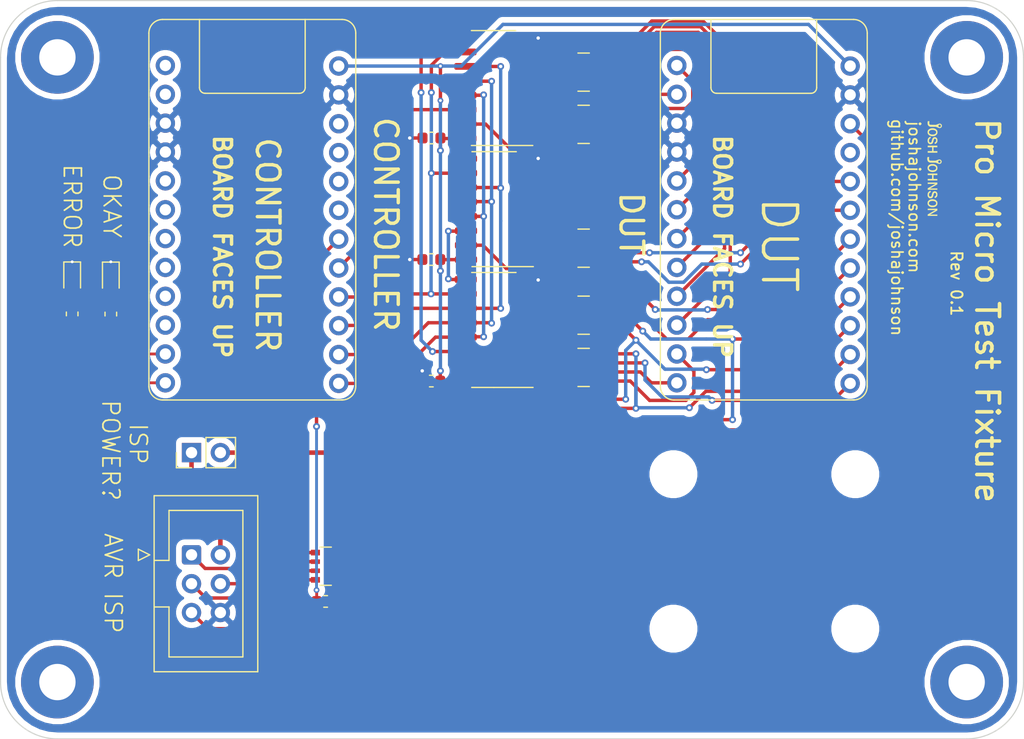
<source format=kicad_pcb>
(kicad_pcb (version 20171130) (host pcbnew 5.1.6-c6e7f7d~87~ubuntu20.04.1)
  (title_block (title pro-micro-test-fixture) (rev test-fixture) (company "Josh Johnson"))
  (layers (0 F.Cu signal) (31 B.Cu signal) (34 B.Paste user) (35 F.Paste user) (36 B.SilkS user) (37 F.SilkS user) (38 B.Mask user) (39 F.Mask user) (44 Edge.Cuts user))
  (net 0 "")
  (net 1 GND)
  (net 2 VBUS)
  (net 3 "Net-(D1-Pad2)")
  (net 4 "Net-(D2-Pad2)")
  (net 5 /DUT_MOSI)
  (net 6 "Net-(J1-Pad2)")
  (net 7 "Net-(J1-Pad5)")
  (net 8 /DUT_SCK)
  (net 9 /DUT_MISO)
  (net 10 "Net-(R1-Pad2)")
  (net 11 /DUT_nRST)
  (net 12 /PB3)
  (net 13 /PB2)
  (net 14 /PB1)
  (net 15 /PD3)
  (net 16 /PD2)
  (net 17 /PD0)
  (net 18 /PD1)
  (net 19 "Net-(RN1-Pad4)")
  (net 20 "Net-(RN1-Pad2)")
  (net 21 "Net-(RN1-Pad3)")
  (net 22 "Net-(RN1-Pad1)")
  (net 23 /PD4)
  (net 24 /PC6)
  (net 25 /PE6)
  (net 26 /PD7)
  (net 27 "Net-(RN2-Pad4)")
  (net 28 "Net-(RN2-Pad2)")
  (net 29 "Net-(RN2-Pad3)")
  (net 30 "Net-(RN2-Pad1)")
  (net 31 /PB4)
  (net 32 /PB5)
  (net 33 /PB6)
  (net 34 "Net-(RN3-Pad4)")
  (net 35 "Net-(RN3-Pad2)")
  (net 36 "Net-(RN3-Pad3)")
  (net 37 "Net-(RN3-Pad1)")
  (net 38 /PF6)
  (net 39 /PF7)
  (net 40 "Net-(RN4-Pad4)")
  (net 41 "Net-(RN4-Pad2)")
  (net 42 "Net-(RN4-Pad3)")
  (net 43 "Net-(RN4-Pad1)")
  (net 44 /PF4)
  (net 45 /PF5)
  (net 46 "Net-(RN5-Pad4)")
  (net 47 "Net-(RN5-Pad2)")
  (net 48 "Net-(RN5-Pad3)")
  (net 49 "Net-(RN5-Pad1)")
  (net 50 /SR_SER)
  (net 51 /SR_nOE)
  (net 52 /SR_RCLK)
  (net 53 /SR_CLK)
  (net 54 /SR_nCLR)
  (net 55 "Net-(U1-Pad9)")
  (net 56 "Net-(U3-Pad9)")
  (net 57 "Net-(R6-Pad1)")
  (net 58 "Net-(R7-Pad1)")
  (module Resistor_SMD:R_Array_Convex_4x0603 (layer F.Cu) (at 101.6 108.8 180)
    (fp_text reference RN6 hide)
    (fp_text value 1K)
    (pad 5 smd rect (at 0.9 1.2 180) (size 0.8 0.5) (layers F.Cu F.Paste F.Mask) (net 9 /DUT_MISO))
    (pad 6 smd rect (at 0.9 0.4 180) (size 0.8 0.4) (layers F.Cu F.Paste F.Mask) (net 5 /DUT_MOSI))
    (pad 8 smd rect (at 0.9 -1.2 180) (size 0.8 0.5) (layers F.Cu F.Paste F.Mask) (net 7 "Net-(J1-Pad5)"))
    (pad 7 smd rect (at 0.9 -0.4 180) (size 0.8 0.4) (layers F.Cu F.Paste F.Mask) (net 8 /DUT_SCK))
    (pad 4 smd rect (at -0.9 1.2 180) (size 0.8 0.5) (layers F.Cu F.Paste F.Mask) (net 12 /PB3))
    (pad 2 smd rect (at -0.9 -0.4 180) (size 0.8 0.4) (layers F.Cu F.Paste F.Mask) (net 14 /PB1))
    (pad 3 smd rect (at -0.9 0.4 180) (size 0.8 0.4) (layers F.Cu F.Paste F.Mask) (net 13 /PB2))
    (pad 1 smd rect (at -0.9 -1.2 180) (size 0.8 0.5) (layers F.Cu F.Paste F.Mask) (net 11 /DUT_nRST))
  )
  (module josh-logos:OSHW_Logo_3.6x3.6_F.Mask (layer F.Cu) (at 154.7 85.8 270)
    (fp_text reference LOGO2 hide)
    (fp_text value OSHW_FMask hide)
    (fp_poly (pts (xy 0.046025 -1.386642) (xy 0.087086 -1.386332) (xy 0.123939 -1.385856) (xy 0.155448 -1.385237) (xy 0.180478 -1.384498) (xy 0.197893 -1.383663) (xy 0.206557 -1.382756) (xy 0.20721 -1.382529) (xy 0.209787 -1.376529) (xy 0.213922 -1.361213) (xy 0.219466 -1.337279) (xy 0.226268 -1.305427) (xy 0.234179 -1.266356) (xy 0.243047 -1.220763) (xy 0.250901 -1.17915) (xy 0.259151 -1.135399) (xy 0.267001 -1.094735) (xy 0.274225 -1.058252) (xy 0.280599 -1.027043) (xy 0.285898 -1.002202) (xy 0.289897 -0.984823) (xy 0.292372 -0.976) (xy 0.292802 -0.975166) (xy 0.299048 -0.971629) (xy 0.313151 -0.965084) (xy 0.333676 -0.956111) (xy 0.35919 -0.94529) (xy 0.388258 -0.9332) (xy 0.419446 -0.920422) (xy 0.45132 -0.907534) (xy 0.482447 -0.895118) (xy 0.511392 -0.883752) (xy 0.536721 -0.874017) (xy 0.556999 -0.866492) (xy 0.570794 -0.861758) (xy 0.576671 -0.860393) (xy 0.576678 -0.860395) (xy 0.581988 -0.863667) (xy 0.594724 -0.872072) (xy 0.613948 -0.884975) (xy 0.638724 -0.901743) (xy 0.668114 -0.92174) (xy 0.70118 -0.944331) (xy 0.736986 -0.968881) (xy 0.745656 -0.974838) (xy 0.782085 -0.999723) (xy 0.816148 -1.022694) (xy 0.846886 -1.043126) (xy 0.873339 -1.060394) (xy 0.894549 -1.073874) (xy 0.909556 -1.082941) (xy 0.917401 -1.086972) (xy 0.918086 -1.087121) (xy 0.923807 -1.083609) (xy 0.935602 -1.073708) (xy 0.95252 -1.058368) (xy 0.973609 -1.038542) (xy 0.997919 -1.01518) (xy 1.0245 -0.989233) (xy 1.0524 -0.961653) (xy 1.080669 -0.933391) (xy 1.108355 -0.905397) (xy 1.134508 -0.878624) (xy 1.158178 -0.854022) (xy 1.178412 -0.832542) (xy 1.194261 -0.815136) (xy 1.204774 -0.802754) (xy 1.208999 -0.796349) (xy 1.20904 -0.796062) (xy 1.206243 -0.789942) (xy 1.198279 -0.77647) (xy 1.185789 -0.756628) (xy 1.16941 -0.731402) (xy 1.149783 -0.701774) (xy 1.127547 -0.668731) (xy 1.103341 -0.633255) (xy 1.101788 -0.630995) (xy 1.077294 -0.595274) (xy 1.054499 -0.561861) (xy 1.03408 -0.531756) (xy 1.016708 -0.505962) (xy 1.00306 -0.485479) (xy 0.993807 -0.471308) (xy 0.989626 -0.46445) (xy 0.989568 -0.46433) (xy 0.988784 -0.459609) (xy 0.989912 -0.451769) (xy 0.993299 -0.439857) (xy 0.999292 -0.422916) (xy 1.008241 -0.399993) (xy 1.020491 -0.370133) (xy 1.03639 -0.332381) (xy 1.044749 -0.312748) (xy 1.061018 -0.275148) (xy 1.076011 -0.24149) (xy 1.089231 -0.212832) (xy 1.100175 -0.190228) (xy 1.108346 -0.174735) (xy 1.113243 -0.167408) (xy 1.11371 -0.167052) (xy 1.12056 -0.165072) (xy 1.136248 -0.161498) (xy 1.159616 -0.156566) (xy 1.189508 -0.150509) (xy 1.224767 -0.143561) (xy 1.264236 -0.135956) (xy 1.306757 -0.127929) (xy 1.311409 -0.12706) (xy 1.360146 -0.11782) (xy 1.403053 -0.109379) (xy 1.43939 -0.101898) (xy 1.468418 -0.095537) (xy 1.489397 -0.090456) (xy 1.501585 -0.086816) (xy 1.504451 -0.085286) (xy 1.505372 -0.078904) (xy 1.506225 -0.063497) (xy 1.506989 -0.040202) (xy 1.507638 -0.010153) (xy 1.508151 0.025514) (xy 1.508503 0.065663) (xy 1.508671 0.109159) (xy 1.508682 0.120027) (xy 1.508649 0.171548) (xy 1.508486 0.213801) (xy 1.508162 0.24768) (xy 1.507647 0.274077) (xy 1.506908 0.293884) (xy 1.505916 0.307996) (xy 1.504639 0.317303) (xy 1.503046 0.322699) (xy 1.501595 0.324741) (xy 1.495095 0.326999) (xy 1.479763 0.330799) (xy 1.456765 0.335898) (xy 1.427271 0.34205) (xy 1.39245 0.349013) (xy 1.35347 0.356543) (xy 1.312365 0.364236) (xy 1.26621 0.372897) (xy 1.224798 0.380981) (xy 1.189062 0.388286) (xy 1.159937 0.394611) (xy 1.138354 0.399758) (xy 1.125249 0.403525) (xy 1.121726 0.405133) (xy 1.117704 0.411585) (xy 1.110714 0.425987) (xy 1.101314 0.446948) (xy 1.090063 0.473082) (xy 1.077519 0.503) (xy 1.06424 0.535313) (xy 1.050785 0.568634) (xy 1.037712 0.601575) (xy 1.02558 0.632747) (xy 1.014946 0.660763) (xy 1.006369 0.684233) (xy 1.000408 0.701771) (xy 0.99762 0.711987) (xy 0.997556 0.713842) (xy 1.000901 0.719358) (xy 1.009348 0.732262) (xy 1.022236 0.751573) (xy 1.038906 0.776312) (xy 1.058697 0.805498) (xy 1.080948 0.838151) (xy 1.104512 0.872582) (xy 1.128487 0.907797) (xy 1.150526 0.940662) (xy 1.169982 0.970174) (xy 1.186209 0.995331) (xy 1.198558 1.01513) (xy 1.206383 1.028568) (xy 1.20904 1.034588) (xy 1.205537 1.040258) (xy 1.195662 1.052017) (xy 1.180363 1.068914) (xy 1.16059 1.089997) (xy 1.13729 1.114314) (xy 1.111414 1.140912) (xy 1.083908 1.168838) (xy 1.055723 1.197142) (xy 1.027807 1.22487) (xy 1.001109 1.251071) (xy 0.976578 1.274792) (xy 0.955162 1.295081) (xy 0.93781 1.310985) (xy 0.925471 1.321554) (xy 0.919094 1.325834) (xy 0.918792 1.32588) (xy 0.912917 1.323089) (xy 0.89969 1.315148) (xy 0.880102 1.302705) (xy 0.855147 1.286406) (xy 0.825814 1.2669) (xy 0.793098 1.244834) (xy 0.759274 1.22174) (xy 0.724192 1.197807) (xy 0.691493 1.175813) (xy 0.662179 1.156405) (xy 0.637247 1.140232) (xy 0.617696 1.127942) (xy 0.604527 1.120183) (xy 0.598812 1.1176) (xy 0.591386 1.11992) (xy 0.576894 1.126305) (xy 0.557157 1.13589) (xy 0.533991 1.14781) (xy 0.52335 1.153481) (xy 0.4978 1.166747) (xy 0.475514 1.177375) (xy 0.458172 1.184622) (xy 0.447456 1.187744) (xy 0.445823 1.187771) (xy 0.443235 1.186377) (xy 0.439874 1.182452) (xy 0.435467 1.175381) (xy 0.429738 1.164547) (xy 0.422414 1.149334) (xy 0.41322 1.129125) (xy 0.401884 1.103305) (xy 0.388129 1.071257) (xy 0.371684 1.032365) (xy 0.352272 0.986012) (xy 0.32962 0.931582) (xy 0.303454 0.868459) (xy 0.29886 0.857359) (xy 0.276257 0.802528) (xy 0.254911 0.750342) (xy 0.235128 0.701575) (xy 0.217213 0.656998) (xy 0.201473 0.617386) (xy 0.188212 0.58351) (xy 0.177736 0.556143) (xy 0.170352 0.53606) (xy 0.166364 0.524031) (xy 0.16576 0.520809) (xy 0.170949 0.514897) (xy 0.182723 0.504827) (xy 0.199234 0.492102) (xy 0.215173 0.480629) (xy 0.257327 0.44957) (xy 0.291753 0.420231) (xy 0.320203 0.390682) (xy 0.344432 0.358997) (xy 0.366194 0.323247) (xy 0.376863 0.302918) (xy 0.400756 0.244488) (xy 0.415076 0.184158) (xy 0.419979 0.122953) (xy 0.415623 0.061898) (xy 0.402163 0.002019) (xy 0.379756 -0.055658) (xy 0.348559 -0.110109) (xy 0.308727 -0.160308) (xy 0.305664 -0.163589) (xy 0.258017 -0.207167) (xy 0.204808 -0.242578) (xy 0.145354 -0.270245) (xy 0.11666 -0.280193) (xy 0.099933 -0.285026) (xy 0.084165 -0.288368) (xy 0.066854 -0.290481) (xy 0.045497 -0.291627) (xy 0.017593 -0.292065) (xy 0.00254 -0.2921) (xy -0.029085 -0.29189) (xy -0.053064 -0.291084) (xy -0.071907 -0.289422) (xy -0.088123 -0.286643) (xy -0.104222 -0.282484) (xy -0.11176 -0.280198) (xy -0.173754 -0.255795) (xy -0.230039 -0.22331) (xy -0.280031 -0.183237) (xy -0.323146 -0.136067) (xy -0.358799 -0.082293) (xy -0.368671 -0.0635) (xy -0.389244 -0.016643) (xy -0.402766 0.027726) (xy -0.41014 0.073443) (xy -0.412273 0.12192) (xy -0.407414 0.186989) (xy -0.393008 0.249065) (xy -0.369312 0.30751) (xy -0.336584 0.361687) (xy -0.296045 0.409975) (xy -0.27786 0.426971) (xy -0.254238 0.446791) (xy -0.228252 0.467052) (xy -0.202977 0.485368) (xy -0.181486 0.499354) (xy -0.178861 0.500883) (xy -0.167168 0.509785) (xy -0.160128 0.519264) (xy -0.159675 0.520648) (xy -0.161128 0.527322) (xy -0.166359 0.542833) (xy -0.175168 0.566671) (xy -0.187353 0.598326) (xy -0.202713 0.637287) (xy -0.221047 0.683043) (xy -0.242154 0.735085) (xy -0.265834 0.792901) (xy -0.289272 0.849679) (xy -0.3117 0.903781) (xy -0.333086 0.955286) (xy -0.353097 1.003399) (xy -0.371401 1.047325) (xy -0.387666 1.086268) (xy -0.401558 1.119433) (xy -0.412747 1.146026) (xy -0.420898 1.165249) (xy -0.425681 1.176309) (xy -0.426747 1.178609) (xy -0.43498 1.186716) (xy -0.441789 1.18872) (xy -0.449502 1.186394) (xy -0.464255 1.179995) (xy -0.48421 1.170387) (xy -0.50753 1.158437) (xy -0.518358 1.152672) (xy -0.548166 1.137192) (xy -0.571684 1.126189) (xy -0.588125 1.120007) (xy -0.596178 1.118837) (xy -0.60332 1.122269) (xy -0.617462 1.1307) (xy -0.637291 1.143286) (xy -0.661494 1.159184) (xy -0.688759 1.177551) (xy -0.70612 1.189461) (xy -0.753038 1.221822) (xy -0.792318 1.248815) (xy -0.824648 1.270892) (xy -0.850719 1.288506) (xy -0.871219 1.302109) (xy -0.886837 1.312155) (xy -0.898261 1.319097) (xy -0.906181 1.323388) (xy -0.911286 1.32548) (xy -0.913613 1.32588) (xy -0.918879 1.322399) (xy -0.930465 1.312478) (xy -0.94754 1.296897) (xy -0.969279 1.276437) (xy -0.994852 1.25188) (xy -1.023432 1.224006) (xy -1.054191 1.193597) (xy -1.060269 1.187541) (xy -1.091264 1.15647) (xy -1.11999 1.127382) (xy -1.145643 1.101112) (xy -1.167423 1.078494) (xy -1.184527 1.060363) (xy -1.196153 1.047552) (xy -1.201499 1.040896) (xy -1.201734 1.040413) (xy -1.202633 1.037436) (xy -1.202948 1.034393) (xy -1.202165 1.03046) (xy -1.199774 1.024812) (xy -1.195263 1.016624) (xy -1.188121 1.005072) (xy -1.177835 0.98933) (xy -1.163895 0.968575) (xy -1.145788 0.94198) (xy -1.123004 0.908721) (xy -1.095031 0.867973) (xy -1.092485 0.864266) (xy -1.068839 0.829625) (xy -1.047135 0.797438) (xy -1.028027 0.768706) (xy -1.012169 0.744428) (xy -1.000215 0.725605) (xy -0.992819 0.713237) (xy -0.9906 0.708469) (xy -0.992429 0.70207) (xy -0.99761 0.687455) (xy -1.005686 0.665826) (xy -1.016198 0.638385) (xy -1.028688 0.606333) (xy -1.0427 0.570874) (xy -1.049706 0.553307) (xy -1.067443 0.509314) (xy -1.081995 0.474051) (xy -1.093724 0.446727) (xy -1.102994 0.426551) (xy -1.110167 0.412734) (xy -1.115606 0.404485) (xy -1.119556 0.401059) (xy -1.126915 0.399121) (xy -1.143064 0.395609) (xy -1.166798 0.390762) (xy -1.196909 0.384819) (xy -1.232191 0.378018) (xy -1.271438 0.370597) (xy -1.310079 0.363414) (xy -1.351719 0.355616) (xy -1.390331 0.348154) (xy -1.424739 0.341273) (xy -1.45377 0.335217) (xy -1.476249 0.330232) (xy -1.491002 0.32656) (xy -1.496769 0.324531) (xy -1.498567 0.32136) (xy -1.500039 0.314541) (xy -1.501215 0.303211) (xy -1.502123 0.286509) (xy -1.502793 0.263571) (xy -1.503254 0.233536) (xy -1.503535 0.195541) (xy -1.503664 0.148724) (xy -1.50368 0.118875) (xy -1.50368 -0.081046) (xy -1.49225 -0.088098) (xy -1.484763 -0.0906) (xy -1.468464 -0.094628) (xy -1.444545 -0.099934) (xy -1.414198 -0.106268) (xy -1.378616 -0.113383) (xy -1.338991 -0.121029) (xy -1.296514 -0.128958) (xy -1.2954 -0.129162) (xy -1.253124 -0.13705) (xy -1.213892 -0.144626) (xy -1.178855 -0.151648) (xy -1.149164 -0.157874) (xy -1.12597 -0.163063) (xy -1.110424 -0.166974) (xy -1.103677 -0.169363) (xy -1.103595 -0.169434) (xy -1.09991 -0.175699) (xy -1.092978 -0.189894) (xy -1.083423 -0.210572) (xy -1.071866 -0.236287) (xy -1.05893 -0.265594) (xy -1.045237 -0.297046) (xy -1.031409 -0.329198) (xy -1.018069 -0.360603) (xy -1.005839 -0.389815) (xy -0.995341 -0.415389) (xy -0.987197 -0.435877) (xy -0.982031 -0.449835) (xy -0.98044 -0.455606) (xy -0.983233 -0.461425) (xy -0.991189 -0.474628) (xy -1.003681 -0.494251) (xy -1.020076 -0.519333) (xy -1.039746 -0.548911) (xy -1.062061 -0.582024) (xy -1.086389 -0.617707) (xy -1.090258 -0.623345) (xy -1.114952 -0.659462) (xy -1.137845 -0.69325) (xy -1.158287 -0.723726) (xy -1.175629 -0.749912) (xy -1.189222 -0.770825) (xy -1.198417 -0.785484) (xy -1.202566 -0.79291) (xy -1.202707 -0.793316) (xy -1.201946 -0.797421) (xy -1.197786 -0.804332) (xy -1.189683 -0.814645) (xy -1.177095 -0.828952) (xy -1.159479 -0.847846) (xy -1.136292 -0.871922) (xy -1.106992 -0.901774) (xy -1.071036 -0.937995) (xy -1.063801 -0.945251) (xy -1.027782 -0.981111) (xy -0.995644 -1.012622) (xy -0.967932 -1.039269) (xy -0.945194 -1.060539) (xy -0.927977 -1.075919) (xy -0.916826 -1.084895) (xy -0.912675 -1.08712) (xy -0.90644 -1.084328) (xy -0.892844 -1.076373) (xy -0.872867 -1.06389) (xy -0.847492 -1.047513) (xy -0.8177 -1.027878) (xy -0.784474 -1.005618) (xy -0.748795 -0.981369) (xy -0.744914 -0.978711) (xy -0.7089 -0.954072) (xy -0.675178 -0.931086) (xy -0.644747 -0.910427) (xy -0.618605 -0.89277) (xy -0.597752 -0.878789) (xy -0.583185 -0.869159) (xy -0.575904 -0.864554) (xy -0.575648 -0.864413) (xy -0.571195 -0.863059) (xy -0.564661 -0.863256) (xy -0.554941 -0.865369) (xy -0.540932 -0.869766) (xy -0.521529 -0.876813) (xy -0.495627 -0.886876) (xy -0.462123 -0.900323) (xy -0.438488 -0.909932) (xy -0.396634 -0.927019) (xy -0.363212 -0.940757) (xy -0.33724 -0.951618) (xy -0.317736 -0.960074) (xy -0.303719 -0.966597) (xy -0.294205 -0.97166) (xy -0.288214 -0.975734) (xy -0.284764 -0.979292) (xy -0.282872 -0.982807) (xy -0.282055 -0.98516) (xy -0.28044 -0.992264) (xy -0.277207 -1.008195) (xy -0.27258 -1.031785) (xy -0.266784 -1.061871) (xy -0.260042 -1.097286) (xy -0.25258 -1.136865) (xy -0.244622 -1.179442) (xy -0.243805 -1.183832) (xy -0.235748 -1.226519) (xy -0.228032 -1.266201) (xy -0.220896 -1.301734) (xy -0.21458 -1.331972) (xy -0.209324 -1.355772) (xy -0.205367 -1.371988) (xy -0.20295 -1.379476) (xy -0.202788 -1.379717) (xy -0.199758 -1.381563) (xy -0.193437 -1.383072) (xy -0.182937 -1.384273) (xy -0.167367 -1.385199) (xy -0.145841 -1.385879) (xy -0.117468 -1.386343) (xy -0.081361 -1.386624) (xy -0.03663 -1.38675) (xy 0.001892 -1.386763) (xy 0.046025 -1.386642)) (layer F.Cu) (width 0.01))
  )
  (module josh-logos:board-title (layer F.Cu) (at 160.4 83.3 270)
    (fp_text reference LOGO3 hide)
    (fp_text value Board-Title)
    (fp_text user 2020-12-13 (at -8.6 3.3 270 unlocked) (layer F.Cu))
    (fp_text user "Rev 0.1" (at 0.6 3.3 270 unlocked) (layer F.SilkS))
    (fp_text user "Pro Micro Test Fixture" (at 3 0.6 270 unlocked) (layer F.SilkS) (effects (font (size 2 2) (thickness 0.3))))
  )
  (module josh-mechanical:GH-201A (layer F.Cu) (at 140.2 107.5 270)
    (fp_text reference H5 hide)
    (fp_text value "G201-A Clamp")
    (pad "" np_thru_hole circle (at -6.8 -8 270) (size 3.2 3.2) (drill 3.2) (layers *.Cu *.Mask))
    (pad "" np_thru_hole circle (at -6.8 8 270) (size 3.2 3.2) (drill 3.2) (layers *.Cu *.Mask))
    (pad "" np_thru_hole circle (at 6.8 8 270) (size 3.2 3.2) (drill 3.2) (layers *.Cu *.Mask))
    (pad "" np_thru_hole circle (at 6.8 -8 270) (size 3.2 3.2) (drill 3.2) (layers *.Cu *.Mask))
  )
  (module MountingHole:MountingHole_3.2mm_M3_Pad (layer F.Cu) (at 158 119)
    (fp_text reference H4 hide)
    (fp_text value M3)
    (pad 1 thru_hole circle (at 0 0) (size 6.4 6.4) (drill 3.2) (layers *.Cu *.Mask))
  )
  (module MountingHole:MountingHole_3.2mm_M3_Pad (layer F.Cu) (at 78 64)
    (fp_text reference H3 hide)
    (fp_text value M3)
    (pad 1 thru_hole circle (at 0 0) (size 6.4 6.4) (drill 3.2) (layers *.Cu *.Mask))
  )
  (module MountingHole:MountingHole_3.2mm_M3_Pad (layer F.Cu) (at 78 119)
    (fp_text reference H2 hide)
    (fp_text value M3)
    (pad 1 thru_hole circle (at 0 0) (size 6.4 6.4) (drill 3.2) (layers *.Cu *.Mask))
  )
  (module MountingHole:MountingHole_3.2mm_M3_Pad (layer F.Cu) (at 158 64)
    (fp_text reference H1 hide)
    (fp_text value M3)
    (pad 1 thru_hole circle (at 0 0) (size 6.4 6.4) (drill 3.2) (layers *.Cu *.Mask))
  )
  (module Resistor_SMD:R_0603_1608Metric (layer F.Cu) (at 79.3 86.5875 90)
    (fp_text reference R7 hide)
    (fp_text value 3K3)
    (pad 2 smd roundrect (at 0.7875 0 90) (size 0.875 0.95) (layers F.Cu F.Paste F.Mask) (net 4 "Net-(D2-Pad2)"))
    (pad 1 smd roundrect (at -0.7875 0 90) (size 0.875 0.95) (layers F.Cu F.Paste F.Mask) (net 58 "Net-(R7-Pad1)"))
  )
  (module Resistor_SMD:R_0603_1608Metric (layer F.Cu) (at 82.7 86.6 90)
    (fp_text reference R6 hide)
    (fp_text value 3K3)
    (pad 2 smd roundrect (at 0.7875 0 90) (size 0.875 0.95) (layers F.Cu F.Paste F.Mask) (net 3 "Net-(D1-Pad2)"))
    (pad 1 smd roundrect (at -0.7875 0 90) (size 0.875 0.95) (layers F.Cu F.Paste F.Mask) (net 57 "Net-(R6-Pad1)"))
  )
  (module josh-module:Arduino_Pro_Micro (layer F.Cu) (at 132.5 64.715)
    (fp_text reference U5 hide)
    (fp_text value ARDUINO_PRO_MICRO)
    (fp_text user "BOARD FACES UP" (at 4 15.95 270 unlocked) (layer F.SilkS) (effects (font (size 1.5 1.5) (thickness 0.3))))
    (pad 22 thru_hole circle (at 15.25 5.13) (size 1.7 1.7) (drill 1) (layers *.Cu *.Mask) (net 11 /DUT_nRST))
    (pad 20 thru_hole circle (at 15.25 10.21) (size 1.7 1.7) (drill 1) (layers *.Cu *.Mask) (net 44 /PF4))
    (pad 16 thru_hole circle (at 15.25 20.37) (size 1.7 1.7) (drill 1) (layers *.Cu *.Mask) (net 14 /PB1))
    (pad 15 thru_hole circle (at 15.25 22.91) (size 1.7 1.7) (drill 1) (layers *.Cu *.Mask) (net 12 /PB3))
    (pad 13 thru_hole circle (at 15.25 27.99) (size 1.7 1.7) (drill 1) (layers *.Cu *.Mask) (net 33 /PB6))
    (pad 19 thru_hole circle (at 15.25 12.75) (size 1.7 1.7) (drill 1) (layers *.Cu *.Mask) (net 45 /PF5))
    (pad 21 thru_hole circle (at 15.25 7.67) (size 1.7 1.7) (drill 1) (layers *.Cu *.Mask))
    (pad 24 thru_hole circle (at 15.25 0.05) (size 1.7 1.7) (drill 1) (layers *.Cu *.Mask) (net 2 VBUS))
    (pad 18 thru_hole circle (at 15.25 15.29) (size 1.7 1.7) (drill 1) (layers *.Cu *.Mask) (net 38 /PF6))
    (pad 17 thru_hole circle (at 15.25 17.83) (size 1.7 1.7) (drill 1) (layers *.Cu *.Mask) (net 39 /PF7))
    (pad 23 thru_hole circle (at 15.25 2.59) (size 1.7 1.7) (drill 1) (layers *.Cu *.Mask) (net 1 GND))
    (pad 14 thru_hole circle (at 15.25 25.45) (size 1.7 1.7) (drill 1) (layers *.Cu *.Mask) (net 13 /PB2))
    (pad 12 thru_hole circle (at 0 27.94) (size 1.7 1.7) (drill 1) (layers *.Cu *.Mask) (net 32 /PB5))
    (pad 11 thru_hole circle (at 0 25.4) (size 1.7 1.7) (drill 1) (layers *.Cu *.Mask) (net 31 /PB4))
    (pad 10 thru_hole circle (at 0 22.86) (size 1.7 1.7) (drill 1) (layers *.Cu *.Mask) (net 25 /PE6))
    (pad 9 thru_hole circle (at 0 20.32) (size 1.7 1.7) (drill 1) (layers *.Cu *.Mask) (net 26 /PD7))
    (pad 8 thru_hole circle (at 0 17.78) (size 1.7 1.7) (drill 1) (layers *.Cu *.Mask) (net 24 /PC6))
    (pad 7 thru_hole circle (at 0 15.24) (size 1.7 1.7) (drill 1) (layers *.Cu *.Mask) (net 23 /PD4))
    (pad 6 thru_hole circle (at 0 12.7) (size 1.7 1.7) (drill 1) (layers *.Cu *.Mask) (net 17 /PD0))
    (pad 5 thru_hole circle (at 0 10.16) (size 1.7 1.7) (drill 1) (layers *.Cu *.Mask) (net 18 /PD1))
    (pad 4 thru_hole circle (at 0 7.62) (size 1.7 1.7) (drill 1) (layers *.Cu *.Mask) (net 1 GND))
    (pad 3 thru_hole circle (at 0 5.08) (size 1.7 1.7) (drill 1) (layers *.Cu *.Mask) (net 1 GND))
    (pad 2 thru_hole circle (at 0 2.54) (size 1.7 1.7) (drill 1) (layers *.Cu *.Mask) (net 16 /PD2))
    (pad 1 thru_hole circle (at 0 0) (size 1.7 1.7) (drill 1) (layers *.Cu *.Mask) (net 15 /PD3))
  )
  (module Package_SO:SOIC-16_3.9x9.9mm_P1.27mm (layer F.Cu) (at 116.425 77.365 180)
    (fp_text reference U4 hide)
    (fp_text value 74HC595)
    (pad 16 smd roundrect (at 2.475 -4.445 180) (size 1.95 0.6) (layers F.Cu F.Paste F.Mask) (net 2 VBUS))
    (pad 15 smd roundrect (at 2.475 -3.175 180) (size 1.95 0.6) (layers F.Cu F.Paste F.Mask) (net 46 "Net-(RN5-Pad4)"))
    (pad 14 smd roundrect (at 2.475 -1.905 180) (size 1.95 0.6) (layers F.Cu F.Paste F.Mask) (net 56 "Net-(U3-Pad9)"))
    (pad 13 smd roundrect (at 2.475 -0.635 180) (size 1.95 0.6) (layers F.Cu F.Paste F.Mask) (net 51 /SR_nOE))
    (pad 12 smd roundrect (at 2.475 0.635 180) (size 1.95 0.6) (layers F.Cu F.Paste F.Mask) (net 52 /SR_RCLK))
    (pad 11 smd roundrect (at 2.475 1.905 180) (size 1.95 0.6) (layers F.Cu F.Paste F.Mask) (net 53 /SR_CLK))
    (pad 10 smd roundrect (at 2.475 3.175 180) (size 1.95 0.6) (layers F.Cu F.Paste F.Mask) (net 54 /SR_nCLR))
    (pad 9 smd roundrect (at 2.475 4.445 180) (size 1.95 0.6) (layers F.Cu F.Paste F.Mask))
    (pad 8 smd roundrect (at -2.475 4.445 180) (size 1.95 0.6) (layers F.Cu F.Paste F.Mask) (net 1 GND))
    (pad 7 smd roundrect (at -2.475 3.175 180) (size 1.95 0.6) (layers F.Cu F.Paste F.Mask))
    (pad 6 smd roundrect (at -2.475 1.905 180) (size 1.95 0.6) (layers F.Cu F.Paste F.Mask))
    (pad 5 smd roundrect (at -2.475 0.635 180) (size 1.95 0.6) (layers F.Cu F.Paste F.Mask))
    (pad 4 smd roundrect (at -2.475 -0.635 180) (size 1.95 0.6) (layers F.Cu F.Paste F.Mask))
    (pad 3 smd roundrect (at -2.475 -1.905 180) (size 1.95 0.6) (layers F.Cu F.Paste F.Mask) (net 49 "Net-(RN5-Pad1)"))
    (pad 2 smd roundrect (at -2.475 -3.175 180) (size 1.95 0.6) (layers F.Cu F.Paste F.Mask) (net 47 "Net-(RN5-Pad2)"))
    (pad 1 smd roundrect (at -2.475 -4.445 180) (size 1.95 0.6) (layers F.Cu F.Paste F.Mask) (net 48 "Net-(RN5-Pad3)"))
  )
  (module Package_SO:SOIC-16_3.9x9.9mm_P1.27mm (layer F.Cu) (at 116.4 88 180)
    (fp_text reference U3 hide)
    (fp_text value 74HC595)
    (pad 16 smd roundrect (at 2.475 -4.445 180) (size 1.95 0.6) (layers F.Cu F.Paste F.Mask) (net 2 VBUS))
    (pad 15 smd roundrect (at 2.475 -3.175 180) (size 1.95 0.6) (layers F.Cu F.Paste F.Mask) (net 34 "Net-(RN3-Pad4)"))
    (pad 14 smd roundrect (at 2.475 -1.905 180) (size 1.95 0.6) (layers F.Cu F.Paste F.Mask) (net 55 "Net-(U1-Pad9)"))
    (pad 13 smd roundrect (at 2.475 -0.635 180) (size 1.95 0.6) (layers F.Cu F.Paste F.Mask) (net 51 /SR_nOE))
    (pad 12 smd roundrect (at 2.475 0.635 180) (size 1.95 0.6) (layers F.Cu F.Paste F.Mask) (net 52 /SR_RCLK))
    (pad 11 smd roundrect (at 2.475 1.905 180) (size 1.95 0.6) (layers F.Cu F.Paste F.Mask) (net 53 /SR_CLK))
    (pad 10 smd roundrect (at 2.475 3.175 180) (size 1.95 0.6) (layers F.Cu F.Paste F.Mask) (net 54 /SR_nCLR))
    (pad 9 smd roundrect (at 2.475 4.445 180) (size 1.95 0.6) (layers F.Cu F.Paste F.Mask) (net 56 "Net-(U3-Pad9)"))
    (pad 8 smd roundrect (at -2.475 4.445 180) (size 1.95 0.6) (layers F.Cu F.Paste F.Mask) (net 1 GND))
    (pad 7 smd roundrect (at -2.475 3.175 180) (size 1.95 0.6) (layers F.Cu F.Paste F.Mask) (net 43 "Net-(RN4-Pad1)"))
    (pad 6 smd roundrect (at -2.475 1.905 180) (size 1.95 0.6) (layers F.Cu F.Paste F.Mask) (net 41 "Net-(RN4-Pad2)"))
    (pad 5 smd roundrect (at -2.475 0.635 180) (size 1.95 0.6) (layers F.Cu F.Paste F.Mask) (net 42 "Net-(RN4-Pad3)"))
    (pad 4 smd roundrect (at -2.475 -0.635 180) (size 1.95 0.6) (layers F.Cu F.Paste F.Mask) (net 40 "Net-(RN4-Pad4)"))
    (pad 3 smd roundrect (at -2.475 -1.905 180) (size 1.95 0.6) (layers F.Cu F.Paste F.Mask) (net 37 "Net-(RN3-Pad1)"))
    (pad 2 smd roundrect (at -2.475 -3.175 180) (size 1.95 0.6) (layers F.Cu F.Paste F.Mask) (net 35 "Net-(RN3-Pad2)"))
    (pad 1 smd roundrect (at -2.475 -4.445 180) (size 1.95 0.6) (layers F.Cu F.Paste F.Mask) (net 36 "Net-(RN3-Pad3)"))
  )
  (module josh-module:Arduino_Pro_Micro (layer F.Cu) (at 87.5 64.715)
    (fp_text reference U2 hide)
    (fp_text value ARDUINO_PRO_MICRO)
    (fp_text user "BOARD FACES UP" (at 5 15.95 270 unlocked) (layer F.SilkS) (effects (font (size 1.5 1.5) (thickness 0.3))))
    (pad 22 thru_hole circle (at 15.25 5.13) (size 1.7 1.7) (drill 1) (layers *.Cu *.Mask))
    (pad 20 thru_hole circle (at 15.25 10.21) (size 1.7 1.7) (drill 1) (layers *.Cu *.Mask))
    (pad 16 thru_hole circle (at 15.25 20.37) (size 1.7 1.7) (drill 1) (layers *.Cu *.Mask) (net 54 /SR_nCLR))
    (pad 15 thru_hole circle (at 15.25 22.91) (size 1.7 1.7) (drill 1) (layers *.Cu *.Mask) (net 53 /SR_CLK))
    (pad 13 thru_hole circle (at 15.25 27.99) (size 1.7 1.7) (drill 1) (layers *.Cu *.Mask) (net 51 /SR_nOE))
    (pad 19 thru_hole circle (at 15.25 12.75) (size 1.7 1.7) (drill 1) (layers *.Cu *.Mask))
    (pad 21 thru_hole circle (at 15.25 7.67) (size 1.7 1.7) (drill 1) (layers *.Cu *.Mask))
    (pad 24 thru_hole circle (at 15.25 0.05) (size 1.7 1.7) (drill 1) (layers *.Cu *.Mask) (net 2 VBUS))
    (pad 18 thru_hole circle (at 15.25 15.29) (size 1.7 1.7) (drill 1) (layers *.Cu *.Mask) (net 10 "Net-(R1-Pad2)"))
    (pad 17 thru_hole circle (at 15.25 17.83) (size 1.7 1.7) (drill 1) (layers *.Cu *.Mask) (net 50 /SR_SER))
    (pad 23 thru_hole circle (at 15.25 2.59) (size 1.7 1.7) (drill 1) (layers *.Cu *.Mask) (net 1 GND))
    (pad 14 thru_hole circle (at 15.25 25.45) (size 1.7 1.7) (drill 1) (layers *.Cu *.Mask) (net 52 /SR_RCLK))
    (pad 12 thru_hole circle (at 0 27.94) (size 1.7 1.7) (drill 1) (layers *.Cu *.Mask) (net 58 "Net-(R7-Pad1)"))
    (pad 11 thru_hole circle (at 0 25.4) (size 1.7 1.7) (drill 1) (layers *.Cu *.Mask) (net 57 "Net-(R6-Pad1)"))
    (pad 10 thru_hole circle (at 0 22.86) (size 1.7 1.7) (drill 1) (layers *.Cu *.Mask))
    (pad 9 thru_hole circle (at 0 20.32) (size 1.7 1.7) (drill 1) (layers *.Cu *.Mask))
    (pad 8 thru_hole circle (at 0 17.78) (size 1.7 1.7) (drill 1) (layers *.Cu *.Mask))
    (pad 7 thru_hole circle (at 0 15.24) (size 1.7 1.7) (drill 1) (layers *.Cu *.Mask))
    (pad 6 thru_hole circle (at 0 12.7) (size 1.7 1.7) (drill 1) (layers *.Cu *.Mask))
    (pad 5 thru_hole circle (at 0 10.16) (size 1.7 1.7) (drill 1) (layers *.Cu *.Mask))
    (pad 4 thru_hole circle (at 0 7.62) (size 1.7 1.7) (drill 1) (layers *.Cu *.Mask) (net 1 GND))
    (pad 3 thru_hole circle (at 0 5.08) (size 1.7 1.7) (drill 1) (layers *.Cu *.Mask) (net 1 GND))
    (pad 2 thru_hole circle (at 0 2.54) (size 1.7 1.7) (drill 1) (layers *.Cu *.Mask))
    (pad 1 thru_hole circle (at 0 0) (size 1.7 1.7) (drill 1) (layers *.Cu *.Mask))
  )
  (module Package_SO:SOIC-16_3.9x9.9mm_P1.27mm (layer F.Cu) (at 116.375 66.7 180)
    (fp_text reference U1 hide)
    (fp_text value 74HC595)
    (pad 16 smd roundrect (at 2.475 -4.445 180) (size 1.95 0.6) (layers F.Cu F.Paste F.Mask) (net 2 VBUS))
    (pad 15 smd roundrect (at 2.475 -3.175 180) (size 1.95 0.6) (layers F.Cu F.Paste F.Mask) (net 19 "Net-(RN1-Pad4)"))
    (pad 14 smd roundrect (at 2.475 -1.905 180) (size 1.95 0.6) (layers F.Cu F.Paste F.Mask) (net 50 /SR_SER))
    (pad 13 smd roundrect (at 2.475 -0.635 180) (size 1.95 0.6) (layers F.Cu F.Paste F.Mask) (net 51 /SR_nOE))
    (pad 12 smd roundrect (at 2.475 0.635 180) (size 1.95 0.6) (layers F.Cu F.Paste F.Mask) (net 52 /SR_RCLK))
    (pad 11 smd roundrect (at 2.475 1.905 180) (size 1.95 0.6) (layers F.Cu F.Paste F.Mask) (net 53 /SR_CLK))
    (pad 10 smd roundrect (at 2.475 3.175 180) (size 1.95 0.6) (layers F.Cu F.Paste F.Mask) (net 54 /SR_nCLR))
    (pad 9 smd roundrect (at 2.475 4.445 180) (size 1.95 0.6) (layers F.Cu F.Paste F.Mask) (net 55 "Net-(U1-Pad9)"))
    (pad 8 smd roundrect (at -2.475 4.445 180) (size 1.95 0.6) (layers F.Cu F.Paste F.Mask) (net 1 GND))
    (pad 7 smd roundrect (at -2.475 3.175 180) (size 1.95 0.6) (layers F.Cu F.Paste F.Mask) (net 30 "Net-(RN2-Pad1)"))
    (pad 6 smd roundrect (at -2.475 1.905 180) (size 1.95 0.6) (layers F.Cu F.Paste F.Mask) (net 28 "Net-(RN2-Pad2)"))
    (pad 5 smd roundrect (at -2.475 0.635 180) (size 1.95 0.6) (layers F.Cu F.Paste F.Mask) (net 29 "Net-(RN2-Pad3)"))
    (pad 4 smd roundrect (at -2.475 -0.635 180) (size 1.95 0.6) (layers F.Cu F.Paste F.Mask) (net 27 "Net-(RN2-Pad4)"))
    (pad 3 smd roundrect (at -2.475 -1.905 180) (size 1.95 0.6) (layers F.Cu F.Paste F.Mask) (net 22 "Net-(RN1-Pad1)"))
    (pad 2 smd roundrect (at -2.475 -3.175 180) (size 1.95 0.6) (layers F.Cu F.Paste F.Mask) (net 20 "Net-(RN1-Pad2)"))
    (pad 1 smd roundrect (at -2.475 -4.445 180) (size 1.95 0.6) (layers F.Cu F.Paste F.Mask) (net 21 "Net-(RN1-Pad3)"))
  )
  (module Resistor_SMD:R_Array_Convex_4x0603 (layer F.Cu) (at 124.3 80.8)
    (fp_text reference RN5 hide)
    (fp_text value 1K)
    (pad 5 smd rect (at 0.9 1.2) (size 0.8 0.5) (layers F.Cu F.Paste F.Mask) (net 45 /PF5))
    (pad 6 smd rect (at 0.9 0.4) (size 0.8 0.4) (layers F.Cu F.Paste F.Mask) (net 44 /PF4))
    (pad 8 smd rect (at 0.9 -1.2) (size 0.8 0.5) (layers F.Cu F.Paste F.Mask))
    (pad 7 smd rect (at 0.9 -0.4) (size 0.8 0.4) (layers F.Cu F.Paste F.Mask))
    (pad 4 smd rect (at -0.9 1.2) (size 0.8 0.5) (layers F.Cu F.Paste F.Mask) (net 46 "Net-(RN5-Pad4)"))
    (pad 2 smd rect (at -0.9 -0.4) (size 0.8 0.4) (layers F.Cu F.Paste F.Mask) (net 47 "Net-(RN5-Pad2)"))
    (pad 3 smd rect (at -0.9 0.4) (size 0.8 0.4) (layers F.Cu F.Paste F.Mask) (net 48 "Net-(RN5-Pad3)"))
    (pad 1 smd rect (at -0.9 -1.2) (size 0.8 0.5) (layers F.Cu F.Paste F.Mask) (net 49 "Net-(RN5-Pad1)"))
  )
  (module Resistor_SMD:R_Array_Convex_4x0603 (layer F.Cu) (at 124.3 86.7)
    (fp_text reference RN4 hide)
    (fp_text value 1K)
    (pad 5 smd rect (at 0.9 1.2) (size 0.8 0.5) (layers F.Cu F.Paste F.Mask) (net 12 /PB3))
    (pad 6 smd rect (at 0.9 0.4) (size 0.8 0.4) (layers F.Cu F.Paste F.Mask) (net 14 /PB1))
    (pad 8 smd rect (at 0.9 -1.2) (size 0.8 0.5) (layers F.Cu F.Paste F.Mask) (net 38 /PF6))
    (pad 7 smd rect (at 0.9 -0.4) (size 0.8 0.4) (layers F.Cu F.Paste F.Mask) (net 39 /PF7))
    (pad 4 smd rect (at -0.9 1.2) (size 0.8 0.5) (layers F.Cu F.Paste F.Mask) (net 40 "Net-(RN4-Pad4)"))
    (pad 2 smd rect (at -0.9 -0.4) (size 0.8 0.4) (layers F.Cu F.Paste F.Mask) (net 41 "Net-(RN4-Pad2)"))
    (pad 3 smd rect (at -0.9 0.4) (size 0.8 0.4) (layers F.Cu F.Paste F.Mask) (net 42 "Net-(RN4-Pad3)"))
    (pad 1 smd rect (at -0.9 -1.2) (size 0.8 0.5) (layers F.Cu F.Paste F.Mask) (net 43 "Net-(RN4-Pad1)"))
  )
  (module Resistor_SMD:R_Array_Convex_4x0603 (layer F.Cu) (at 124.3 91.3)
    (fp_text reference RN3 hide)
    (fp_text value 1K)
    (pad 5 smd rect (at 0.9 1.2) (size 0.8 0.5) (layers F.Cu F.Paste F.Mask) (net 31 /PB4))
    (pad 6 smd rect (at 0.9 0.4) (size 0.8 0.4) (layers F.Cu F.Paste F.Mask) (net 32 /PB5))
    (pad 8 smd rect (at 0.9 -1.2) (size 0.8 0.5) (layers F.Cu F.Paste F.Mask) (net 13 /PB2))
    (pad 7 smd rect (at 0.9 -0.4) (size 0.8 0.4) (layers F.Cu F.Paste F.Mask) (net 33 /PB6))
    (pad 4 smd rect (at -0.9 1.2) (size 0.8 0.5) (layers F.Cu F.Paste F.Mask) (net 34 "Net-(RN3-Pad4)"))
    (pad 2 smd rect (at -0.9 -0.4) (size 0.8 0.4) (layers F.Cu F.Paste F.Mask) (net 35 "Net-(RN3-Pad2)"))
    (pad 3 smd rect (at -0.9 0.4) (size 0.8 0.4) (layers F.Cu F.Paste F.Mask) (net 36 "Net-(RN3-Pad3)"))
    (pad 1 smd rect (at -0.9 -1.2) (size 0.8 0.5) (layers F.Cu F.Paste F.Mask) (net 37 "Net-(RN3-Pad1)"))
  )
  (module Resistor_SMD:R_Array_Convex_4x0603 (layer F.Cu) (at 124.3 65.3)
    (fp_text reference RN2 hide)
    (fp_text value 1K)
    (pad 5 smd rect (at 0.9 1.2) (size 0.8 0.5) (layers F.Cu F.Paste F.Mask) (net 23 /PD4))
    (pad 6 smd rect (at 0.9 0.4) (size 0.8 0.4) (layers F.Cu F.Paste F.Mask) (net 24 /PC6))
    (pad 8 smd rect (at 0.9 -1.2) (size 0.8 0.5) (layers F.Cu F.Paste F.Mask) (net 25 /PE6))
    (pad 7 smd rect (at 0.9 -0.4) (size 0.8 0.4) (layers F.Cu F.Paste F.Mask) (net 26 /PD7))
    (pad 4 smd rect (at -0.9 1.2) (size 0.8 0.5) (layers F.Cu F.Paste F.Mask) (net 27 "Net-(RN2-Pad4)"))
    (pad 2 smd rect (at -0.9 -0.4) (size 0.8 0.4) (layers F.Cu F.Paste F.Mask) (net 28 "Net-(RN2-Pad2)"))
    (pad 3 smd rect (at -0.9 0.4) (size 0.8 0.4) (layers F.Cu F.Paste F.Mask) (net 29 "Net-(RN2-Pad3)"))
    (pad 1 smd rect (at -0.9 -1.2) (size 0.8 0.5) (layers F.Cu F.Paste F.Mask) (net 30 "Net-(RN2-Pad1)"))
  )
  (module Resistor_SMD:R_Array_Convex_4x0603 (layer F.Cu) (at 124.3 69.9)
    (fp_text reference RN1 hide)
    (fp_text value 1K)
    (pad 5 smd rect (at 0.9 1.2) (size 0.8 0.5) (layers F.Cu F.Paste F.Mask) (net 15 /PD3))
    (pad 6 smd rect (at 0.9 0.4) (size 0.8 0.4) (layers F.Cu F.Paste F.Mask) (net 16 /PD2))
    (pad 8 smd rect (at 0.9 -1.2) (size 0.8 0.5) (layers F.Cu F.Paste F.Mask) (net 17 /PD0))
    (pad 7 smd rect (at 0.9 -0.4) (size 0.8 0.4) (layers F.Cu F.Paste F.Mask) (net 18 /PD1))
    (pad 4 smd rect (at -0.9 1.2) (size 0.8 0.5) (layers F.Cu F.Paste F.Mask) (net 19 "Net-(RN1-Pad4)"))
    (pad 2 smd rect (at -0.9 -0.4) (size 0.8 0.4) (layers F.Cu F.Paste F.Mask) (net 20 "Net-(RN1-Pad2)"))
    (pad 3 smd rect (at -0.9 0.4) (size 0.8 0.4) (layers F.Cu F.Paste F.Mask) (net 21 "Net-(RN1-Pad3)"))
    (pad 1 smd rect (at -0.9 -1.2) (size 0.8 0.5) (layers F.Cu F.Paste F.Mask) (net 22 "Net-(RN1-Pad1)"))
  )
  (module Resistor_SMD:R_0603_1608Metric (layer F.Cu) (at 101.6 111.9 180)
    (fp_text reference R1 hide)
    (fp_text value 1K)
    (pad 2 smd roundrect (at 0.7875 0 180) (size 0.875 0.95) (layers F.Cu F.Paste F.Mask) (net 10 "Net-(R1-Pad2)"))
    (pad 1 smd roundrect (at -0.7875 0 180) (size 0.875 0.95) (layers F.Cu F.Paste F.Mask) (net 11 /DUT_nRST))
  )
  (module Connector_PinHeader_2.54mm:PinHeader_1x02_P2.54mm_Vertical (layer F.Cu) (at 89.8 98.8 90)
    (fp_text reference J2 hide)
    (fp_text value PWR_JMP)
    (pad 2 thru_hole oval (at 0 2.54 90) (size 1.7 1.7) (drill 1) (layers *.Cu *.Mask) (net 2 VBUS))
    (pad 1 thru_hole rect (at 0 0 90) (size 1.7 1.7) (drill 1) (layers *.Cu *.Mask) (net 6 "Net-(J1-Pad2)"))
  )
  (module Connector_IDC:IDC-Header_2x03_P2.54mm_Vertical (layer F.Cu) (at 89.8 107.8)
    (fp_text reference J1 hide)
    (fp_text value AVR-ISP-6)
    (pad 6 thru_hole circle (at 2.54 5.08) (size 1.7 1.7) (drill 1) (layers *.Cu *.Mask) (net 1 GND))
    (pad 4 thru_hole circle (at 2.54 2.54) (size 1.7 1.7) (drill 1) (layers *.Cu *.Mask) (net 5 /DUT_MOSI))
    (pad 2 thru_hole circle (at 2.54 0) (size 1.7 1.7) (drill 1) (layers *.Cu *.Mask) (net 6 "Net-(J1-Pad2)"))
    (pad 5 thru_hole circle (at 0 5.08) (size 1.7 1.7) (drill 1) (layers *.Cu *.Mask) (net 7 "Net-(J1-Pad5)"))
    (pad 3 thru_hole circle (at 0 2.54) (size 1.7 1.7) (drill 1) (layers *.Cu *.Mask) (net 8 /DUT_SCK))
    (pad 1 thru_hole roundrect (at 0 0) (size 1.7 1.7) (drill 1) (layers *.Cu *.Mask) (roundrect_rratio 0.147059) (net 9 /DUT_MISO))
  )
  (module LED_SMD:LED_0603_1608Metric (layer F.Cu) (at 79.3 83.5 270)
    (fp_text reference D2 hide)
    (fp_text value RED)
    (pad 2 smd roundrect (at 0.7875 0 270) (size 0.875 0.95) (layers F.Cu F.Paste F.Mask) (net 4 "Net-(D2-Pad2)"))
    (pad 1 smd roundrect (at -0.7875 0 270) (size 0.875 0.95) (layers F.Cu F.Paste F.Mask) (net 1 GND))
  )
  (module LED_SMD:LED_0603_1608Metric (layer F.Cu) (at 82.7 83.5125 270)
    (fp_text reference D1 hide)
    (fp_text value GRN)
    (pad 2 smd roundrect (at 0.7875 0 270) (size 0.875 0.95) (layers F.Cu F.Paste F.Mask) (net 3 "Net-(D1-Pad2)"))
    (pad 1 smd roundrect (at -0.7875 0 270) (size 0.875 0.95) (layers F.Cu F.Paste F.Mask) (net 1 GND))
  )
  (module Capacitor_SMD:C_0603_1608Metric (layer F.Cu) (at 110.9 92.5 180)
    (fp_text reference C3 hide)
    (fp_text value 100n)
    (pad 2 smd roundrect (at 0.7875 0 180) (size 0.875 0.95) (layers F.Cu F.Paste F.Mask) (net 1 GND))
    (pad 1 smd roundrect (at -0.7875 0 180) (size 0.875 0.95) (layers F.Cu F.Paste F.Mask) (net 2 VBUS))
  )
  (module Capacitor_SMD:C_0603_1608Metric (layer F.Cu) (at 110.9 81.8 180)
    (fp_text reference C2 hide)
    (fp_text value 100n)
    (pad 2 smd roundrect (at 0.7875 0 180) (size 0.875 0.95) (layers F.Cu F.Paste F.Mask) (net 1 GND))
    (pad 1 smd roundrect (at -0.7875 0 180) (size 0.875 0.95) (layers F.Cu F.Paste F.Mask) (net 2 VBUS))
  )
  (module Capacitor_SMD:C_0603_1608Metric (layer F.Cu) (at 110.9125 71.1 180)
    (fp_text reference C1 hide)
    (fp_text value 100n)
    (pad 2 smd roundrect (at 0.7875 0 180) (size 0.875 0.95) (layers F.Cu F.Paste F.Mask) (net 1 GND))
    (pad 1 smd roundrect (at -0.7875 0 180) (size 0.875 0.95) (layers F.Cu F.Paste F.Mask) (net 2 VBUS))
  )
  (module josh-logos:josh-johnson-logo-8_6x1_5 (layer F.Cu) (at 155.2 73.8 270)
    (fp_text reference LOGO4 hide)
    (fp_text value Josh-Logo hide)
  )
  (module josh-logos:board-title (layer F.Cu) (at 160.4 83.3 270)
    (fp_text reference LOGO3 hide)
    (fp_text value Board-Title)
    (fp_text user "Pro Micro Test Fixture" (at 3 0.6 270 unlocked) (layer F.SilkS) (effects (font (size 2 2) (thickness 0.3))))
    (fp_text user "Rev 0.1" (at 0.6 3.3 270 unlocked) (layer F.SilkS))
  )
  (module josh-logos:OSHW_Logo_3.6x3.6_F.Mask (layer F.Cu) (at 154.7 85.8 270)
    (fp_text reference LOGO2 hide)
    (fp_text value OSHW_FMask hide)
  )
  (module josh-logos:josh-details (layer F.Cu) (at 153.9 74.3 270)
    (fp_text reference LOGO1 hide)
    (fp_text value Josh-Details)
    (fp_text user github.com/joshajohnson (at 4.6736 2.032 270 unlocked) (layer F.SilkS))
    (fp_text user joshajohnson.com (at 2 0.5 270 unlocked) (layer F.SilkS))
  )
  (gr_text DUT (at 128.5 78.7 270) (layer F.SilkS) (effects (font (size 2 2) (thickness 0.3))))
  (gr_text CONTROLLER (at 106.9 78.7 270) (layer F.SilkS) (effects (font (size 2 2) (thickness 0.3))))
  (gr_text "ISP \nPOWER?" (at 83.9 98.6 270) (layer F.SilkS) (effects (font (size 1.5 1.5))))
  (gr_text "AVR ISP" (at 82.9 110.3 270) (layer F.SilkS) (effects (font (size 1.5 1.5))))
  (gr_text OKAY (at 82.8 77.1 270) (layer F.SilkS) (effects (font (size 1.5 1.5))))
  (gr_text ERROR (at 79.3 77.1 270) (layer F.SilkS) (effects (font (size 1.5 1.5))))
  (gr_line (start 158 59) (end 78 59) (layer Edge.Cuts) (width 0.1))
  (gr_line (start 158 124) (end 78 124) (layer Edge.Cuts) (width 0.1))
  (gr_arc (start 78 119) (end 73 119) (angle -90) (layer Edge.Cuts) (width 0.1))
  (gr_line (start 73 64) (end 73 119) (layer Edge.Cuts) (width 0.1))
  (gr_arc (start 78 64) (end 78 59) (angle -90) (layer Edge.Cuts) (width 0.1))
  (gr_line (start 163 119) (end 163 64) (layer Edge.Cuts) (width 0.1))
  (gr_arc (start 158 119) (end 158 124) (angle -90) (layer Edge.Cuts) (width 0.1))
  (gr_arc (start 158 64) (end 163 64) (angle -90) (layer Edge.Cuts) (width 0.1))
  (gr_text CONTROLLER (at 96.5 80.5 270) (layer F.SilkS) (effects (font (size 2 2) (thickness 0.3))))
  (gr_text DUT (at 141.5 80.5 270) (layer F.SilkS) (effects (font (size 3 3) (thickness 0.3))))
  (via (at 79.3 81.999994) (size 0.5) (drill 0.25) (layers F.Cu B.Cu) (net 1))
  (segment (start 79.3 82.7125) (end 79.3 81.999994) (width 0.25) (layer F.Cu) (net 1))
  (segment (start 82.7 82.725) (end 82.7 82) (width 0.25) (layer F.Cu) (net 1))
  (via (at 82.7 82) (size 0.5) (drill 0.25) (layers F.Cu B.Cu) (net 1))
  (via (at 110.1 91.6) (size 0.6) (drill 0.3) (layers F.Cu B.Cu) (net 1))
  (segment (start 110.1125 91.6125) (end 110.1 91.6) (width 0.3) (layer F.Cu) (net 1))
  (segment (start 110.1125 92.5) (end 110.1125 91.6125) (width 0.3) (layer F.Cu) (net 1))
  (via (at 120.3 83.6) (size 0.6) (drill 0.3) (layers F.Cu B.Cu) (net 1))
  (segment (start 120.255 83.555) (end 120.3 83.6) (width 0.3) (layer F.Cu) (net 1))
  (segment (start 118.875 83.555) (end 120.255 83.555) (width 0.3) (layer F.Cu) (net 1))
  (via (at 120.3 72.9) (size 0.6) (drill 0.3) (layers F.Cu B.Cu) (net 1))
  (segment (start 120.28 72.92) (end 120.3 72.9) (width 0.3) (layer F.Cu) (net 1))
  (segment (start 118.9 72.92) (end 120.28 72.92) (width 0.3) (layer F.Cu) (net 1))
  (via (at 120.3 62.3) (size 0.6) (drill 0.3) (layers F.Cu B.Cu) (net 1))
  (segment (start 120.255 62.255) (end 120.3 62.3) (width 0.3) (layer F.Cu) (net 1))
  (segment (start 118.85 62.255) (end 120.255 62.255) (width 0.3) (layer F.Cu) (net 1))
  (via (at 109.000014 71.1) (size 0.6) (drill 0.3) (layers F.Cu B.Cu) (net 1))
  (segment (start 110.125 71.1) (end 109.000014 71.1) (width 0.3) (layer F.Cu) (net 1))
  (via (at 109 81.800006) (size 0.6) (drill 0.3) (layers F.Cu B.Cu) (net 1))
  (segment (start 110.1125 81.8) (end 109.000006 81.8) (width 0.3) (layer F.Cu) (net 1))
  (segment (start 109.000006 81.8) (end 109 81.800006) (width 0.3) (layer F.Cu) (net 1))
  (segment (start 111.745 71.145) (end 111.7 71.1) (width 0.3) (layer F.Cu) (net 2))
  (segment (start 113.9 71.145) (end 111.745 71.145) (width 0.3) (layer F.Cu) (net 2))
  (segment (start 111.6975 81.81) (end 111.6875 81.8) (width 0.3) (layer F.Cu) (net 2))
  (segment (start 113.95 81.81) (end 111.6975 81.81) (width 0.3) (layer F.Cu) (net 2))
  (segment (start 111.7425 92.445) (end 111.6875 92.5) (width 0.3) (layer F.Cu) (net 2))
  (segment (start 113.925 92.445) (end 111.7425 92.445) (width 0.3) (layer F.Cu) (net 2))
  (via (at 111.7 91.6) (size 0.6) (drill 0.3) (layers F.Cu B.Cu) (net 2))
  (segment (start 111.6875 91.6125) (end 111.7 91.6) (width 0.3) (layer F.Cu) (net 2))
  (segment (start 111.6875 92.5) (end 111.6875 91.6125) (width 0.3) (layer F.Cu) (net 2))
  (via (at 111.7 82.8) (size 0.6) (drill 0.3) (layers F.Cu B.Cu) (net 2))
  (segment (start 111.7 91.6) (end 111.7 82.8) (width 0.3) (layer B.Cu) (net 2))
  (segment (start 111.7 81.8125) (end 111.6875 81.8) (width 0.3) (layer F.Cu) (net 2))
  (segment (start 111.7 82.8) (end 111.7 81.8125) (width 0.3) (layer F.Cu) (net 2))
  (via (at 111.7 72.2) (size 0.6) (drill 0.3) (layers F.Cu B.Cu) (net 2))
  (segment (start 111.7 82.8) (end 111.7 72.2) (width 0.3) (layer B.Cu) (net 2))
  (segment (start 111.7 72.2) (end 111.7 71.1) (width 0.3) (layer F.Cu) (net 2))
  (segment (start 111.6875 94.2125) (end 111.6875 92.5) (width 0.4) (layer F.Cu) (net 2))
  (segment (start 107.1 98.8) (end 111.6875 94.2125) (width 0.4) (layer F.Cu) (net 2))
  (segment (start 92.34 98.8) (end 107.1 98.8) (width 0.4) (layer F.Cu) (net 2))
  (segment (start 102.75 64.765) (end 111.7 64.765) (width 0.3) (layer B.Cu) (net 2))
  (segment (start 144.085 61.1) (end 147.75 64.765) (width 0.3) (layer B.Cu) (net 2))
  (segment (start 113.535 64.765) (end 117.2 61.1) (width 0.3) (layer B.Cu) (net 2))
  (segment (start 117.2 61.1) (end 144.085 61.1) (width 0.3) (layer B.Cu) (net 2))
  (segment (start 111.7 64.765) (end 113.535 64.765) (width 0.3) (layer B.Cu) (net 2))
  (via (at 111.7 67.8) (size 0.5) (drill 0.25) (layers F.Cu B.Cu) (net 2))
  (segment (start 111.7 72.2) (end 111.7 67.8) (width 0.3) (layer B.Cu) (net 2))
  (via (at 111.7 64.765) (size 0.5) (drill 0.25) (layers F.Cu B.Cu) (net 2))
  (segment (start 111.7 67.8) (end 111.7 64.765) (width 0.3) (layer F.Cu) (net 2))
  (segment (start 82.7 84.3) (end 82.7 85.8125) (width 0.25) (layer F.Cu) (net 3))
  (segment (start 79.3 84.2875) (end 79.3 85.8) (width 0.25) (layer F.Cu) (net 4))
  (segment (start 94.66 110.34) (end 92.34 110.34) (width 0.3) (layer F.Cu) (net 5))
  (segment (start 96.6 108.4) (end 94.66 110.34) (width 0.3) (layer F.Cu) (net 5))
  (segment (start 100.7 108.4) (end 96.6 108.4) (width 0.3) (layer F.Cu) (net 5))
  (segment (start 89.8 102) (end 89.8 98.8) (width 0.4) (layer F.Cu) (net 6))
  (segment (start 92.34 104.54) (end 89.8 102) (width 0.4) (layer F.Cu) (net 6))
  (segment (start 92.34 107.8) (end 92.34 104.54) (width 0.4) (layer F.Cu) (net 6))
  (segment (start 98.6 110) (end 100.6 110) (width 0.3) (layer F.Cu) (net 7))
  (segment (start 94.3 114.3) (end 98.6 110) (width 0.3) (layer F.Cu) (net 7))
  (segment (start 91.22 114.3) (end 94.3 114.3) (width 0.3) (layer F.Cu) (net 7))
  (segment (start 89.8 112.88) (end 91.22 114.3) (width 0.3) (layer F.Cu) (net 7))
  (segment (start 97.6 109.2) (end 100.7 109.2) (width 0.3) (layer F.Cu) (net 8))
  (segment (start 95.2 111.6) (end 97.6 109.2) (width 0.3) (layer F.Cu) (net 8))
  (segment (start 91.06 111.6) (end 95.2 111.6) (width 0.3) (layer F.Cu) (net 8))
  (segment (start 89.8 110.34) (end 91.06 111.6) (width 0.3) (layer F.Cu) (net 8))
  (segment (start 95.8 107.6) (end 100.7 107.6) (width 0.3) (layer F.Cu) (net 9))
  (segment (start 94.399999 109.000001) (end 95.8 107.6) (width 0.3) (layer F.Cu) (net 9))
  (segment (start 91.000001 109.000001) (end 94.399999 109.000001) (width 0.3) (layer F.Cu) (net 9))
  (segment (start 89.8 107.8) (end 91.000001 109.000001) (width 0.3) (layer F.Cu) (net 9))
  (via (at 100.8 110.9) (size 0.5) (drill 0.25) (layers F.Cu B.Cu) (net 10))
  (via (at 100.8 96.5) (size 0.6) (drill 0.3) (layers F.Cu B.Cu) (net 10))
  (segment (start 102.75 80.005) (end 100.8 81.955) (width 0.3) (layer F.Cu) (net 10))
  (segment (start 100.8 81.955) (end 100.8 96.5) (width 0.3) (layer F.Cu) (net 10))
  (segment (start 100.8 110.9) (end 100.8 96.5) (width 0.25) (layer B.Cu) (net 10))
  (segment (start 100.8125 110.9125) (end 100.8 110.9) (width 0.25) (layer F.Cu) (net 10))
  (segment (start 100.8125 111.9) (end 100.8125 110.9125) (width 0.25) (layer F.Cu) (net 10))
  (segment (start 107.5 111) (end 104 111) (width 0.3) (layer F.Cu) (net 11))
  (segment (start 147 96.8) (end 121.7 96.8) (width 0.3) (layer F.Cu) (net 11))
  (segment (start 149.7 94.1) (end 147 96.8) (width 0.3) (layer F.Cu) (net 11))
  (segment (start 121.7 96.8) (end 107.5 111) (width 0.3) (layer F.Cu) (net 11))
  (segment (start 149.7 71.795) (end 149.7 94.1) (width 0.3) (layer F.Cu) (net 11))
  (segment (start 147.75 69.845) (end 149.7 71.795) (width 0.3) (layer F.Cu) (net 11))
  (segment (start 103.9 111.4) (end 103.4 111.9) (width 0.25) (layer F.Cu) (net 11))
  (segment (start 103.9 110.5) (end 103.9 111.4) (width 0.25) (layer F.Cu) (net 11))
  (segment (start 103.4 110) (end 103.9 110.5) (width 0.25) (layer F.Cu) (net 11))
  (segment (start 102.4 110) (end 103.4 110) (width 0.25) (layer F.Cu) (net 11))
  (segment (start 103.4 111.9) (end 102.3875 111.9) (width 0.25) (layer F.Cu) (net 11))
  (via (at 128.9 88.9) (size 0.6) (drill 0.3) (layers F.Cu B.Cu) (net 12))
  (segment (start 127.9 87.9) (end 128.9 88.9) (width 0.3) (layer F.Cu) (net 12))
  (segment (start 125.2 87.9) (end 127.9 87.9) (width 0.3) (layer F.Cu) (net 12))
  (via (at 135.1 91.5) (size 0.6) (drill 0.3) (layers F.Cu B.Cu) (net 12))
  (segment (start 135.054999 91.454999) (end 135.1 91.5) (width 0.3) (layer B.Cu) (net 12))
  (segment (start 131.454999 91.454999) (end 135.054999 91.454999) (width 0.3) (layer B.Cu) (net 12))
  (segment (start 128.9 88.9) (end 131.454999 91.454999) (width 0.3) (layer B.Cu) (net 12))
  (segment (start 143.875 91.5) (end 147.75 87.625) (width 0.3) (layer F.Cu) (net 12))
  (segment (start 135.1 91.5) (end 143.875 91.5) (width 0.3) (layer F.Cu) (net 12))
  (via (at 128 94.1) (size 0.6) (drill 0.3) (layers F.Cu B.Cu) (net 12))
  (segment (start 118.5 94.1) (end 128 94.1) (width 0.3) (layer F.Cu) (net 12))
  (segment (start 105 107.6) (end 118.5 94.1) (width 0.3) (layer F.Cu) (net 12))
  (segment (start 128 89.8) (end 128.9 88.9) (width 0.3) (layer B.Cu) (net 12))
  (segment (start 128 94.1) (end 128 89.8) (width 0.3) (layer B.Cu) (net 12))
  (segment (start 105 107.6) (end 102.5 107.6) (width 0.3) (layer F.Cu) (net 12))
  (via (at 128.9 90.1) (size 0.6) (drill 0.3) (layers F.Cu B.Cu) (net 13))
  (segment (start 125.2 90.1) (end 128.9 90.1) (width 0.3) (layer F.Cu) (net 13))
  (segment (start 147.75 90.165) (end 144.515 93.4) (width 0.3) (layer F.Cu) (net 13))
  (segment (start 144.515 93.4) (end 135.04999 93.4) (width 0.3) (layer F.Cu) (net 13))
  (segment (start 135.04999 93.4) (end 133.6 94.84999) (width 0.3) (layer F.Cu) (net 13))
  (segment (start 128.9 90.1) (end 128.9 92.7) (width 0.3) (layer B.Cu) (net 13))
  (via (at 133.6 94.84999) (size 0.6) (drill 0.3) (layers F.Cu B.Cu) (net 13))
  (via (at 128.9 94.9) (size 0.6) (drill 0.3) (layers F.Cu B.Cu) (net 13))
  (segment (start 128.9 94.9) (end 128.9 92.7) (width 0.3) (layer B.Cu) (net 13))
  (segment (start 128.9 94.84999) (end 133.6 94.84999) (width 0.3) (layer B.Cu) (net 13))
  (segment (start 128.9 92.7) (end 128.9 94.84999) (width 0.3) (layer B.Cu) (net 13))
  (segment (start 128.9 94.9) (end 119.5 94.9) (width 0.3) (layer F.Cu) (net 13))
  (segment (start 119.5 94.9) (end 106.125011 108.274989) (width 0.3) (layer F.Cu) (net 13))
  (segment (start 106.125011 108.274989) (end 102.625011 108.274989) (width 0.3) (layer F.Cu) (net 13))
  (segment (start 102.625011 108.274989) (end 102.5 108.4) (width 0.3) (layer F.Cu) (net 13))
  (via (at 129.5 88.1) (size 0.6) (drill 0.3) (layers F.Cu B.Cu) (net 14))
  (segment (start 128.5 87.1) (end 129.5 88.1) (width 0.3) (layer F.Cu) (net 14))
  (segment (start 125.2 87.1) (end 128.5 87.1) (width 0.3) (layer F.Cu) (net 14))
  (segment (start 130.2 88.8) (end 135.1 88.8) (width 0.3) (layer B.Cu) (net 14))
  (segment (start 129.5 88.1) (end 130.2 88.8) (width 0.3) (layer B.Cu) (net 14))
  (segment (start 144.035 88.8) (end 147.75 85.085) (width 0.3) (layer F.Cu) (net 14))
  (via (at 137.4 88.8) (size 0.6) (drill 0.3) (layers F.Cu B.Cu) (net 14))
  (segment (start 135.1 88.8) (end 137.4 88.8) (width 0.3) (layer B.Cu) (net 14))
  (segment (start 144.035 88.8) (end 137.4 88.8) (width 0.3) (layer F.Cu) (net 14))
  (segment (start 137.4 88.8) (end 137.4 95.9) (width 0.3) (layer B.Cu) (net 14))
  (via (at 137.4 95.9) (size 0.6) (drill 0.3) (layers F.Cu B.Cu) (net 14))
  (segment (start 107.3 109.2) (end 102.5 109.2) (width 0.3) (layer F.Cu) (net 14))
  (segment (start 120.6 95.9) (end 107.3 109.2) (width 0.3) (layer F.Cu) (net 14))
  (segment (start 137.4 95.9) (end 120.6 95.9) (width 0.3) (layer F.Cu) (net 14))
  (segment (start 133.9 67.9) (end 133.9 66.115) (width 0.3) (layer F.Cu) (net 15))
  (segment (start 133.3 68.5) (end 133.9 67.9) (width 0.3) (layer F.Cu) (net 15))
  (segment (start 133.9 66.115) (end 132.5 64.715) (width 0.3) (layer F.Cu) (net 15))
  (segment (start 130.6 68.5) (end 133.3 68.5) (width 0.3) (layer F.Cu) (net 15))
  (segment (start 128 71.1) (end 130.6 68.5) (width 0.3) (layer F.Cu) (net 15))
  (segment (start 125.2 71.1) (end 128 71.1) (width 0.3) (layer F.Cu) (net 15))
  (segment (start 125.2 70.3) (end 127.2 70.3) (width 0.3) (layer F.Cu) (net 16))
  (segment (start 130.245 67.255) (end 132.5 67.255) (width 0.3) (layer F.Cu) (net 16))
  (segment (start 127.2 70.3) (end 130.245 67.255) (width 0.3) (layer F.Cu) (net 16))
  (segment (start 133.971505 62.799993) (end 135.199956 64.028444) (width 0.3) (layer F.Cu) (net 17))
  (segment (start 135.199956 64.028444) (end 135.199956 74.715044) (width 0.3) (layer F.Cu) (net 17))
  (segment (start 135.199956 74.715044) (end 132.5 77.415) (width 0.3) (layer F.Cu) (net 17))
  (segment (start 131.192885 62.799993) (end 133.971505 62.799993) (width 0.3) (layer F.Cu) (net 17))
  (segment (start 125.2 68.7) (end 126.4 68.7) (width 0.3) (layer F.Cu) (net 17))
  (segment (start 129.446439 65.653561) (end 129.446439 64.546439) (width 0.3) (layer F.Cu) (net 17))
  (segment (start 126.4 68.7) (end 129.446439 65.653561) (width 0.3) (layer F.Cu) (net 17))
  (segment (start 129.446439 64.546439) (end 131.192885 62.799993) (width 0.3) (layer F.Cu) (net 17))
  (segment (start 133.349999 74.025001) (end 132.5 74.875) (width 0.3) (layer F.Cu) (net 18))
  (segment (start 126.7 69.5) (end 130.019499 66.180501) (width 0.3) (layer F.Cu) (net 18))
  (segment (start 134.607877 72.767123) (end 133.349999 74.025001) (width 0.3) (layer F.Cu) (net 18))
  (segment (start 134.607877 64.307877) (end 134.607877 72.767123) (width 0.3) (layer F.Cu) (net 18))
  (segment (start 125.2 69.5) (end 126.7 69.5) (width 0.3) (layer F.Cu) (net 18))
  (segment (start 130.019499 66.180501) (end 130.019499 64.680501) (width 0.3) (layer F.Cu) (net 18))
  (segment (start 130.019499 64.680501) (end 131.4 63.3) (width 0.3) (layer F.Cu) (net 18))
  (segment (start 131.4 63.3) (end 133.6 63.3) (width 0.3) (layer F.Cu) (net 18))
  (segment (start 133.6 63.3) (end 134.607877 64.307877) (width 0.3) (layer F.Cu) (net 18))
  (segment (start 123.4 71.1) (end 122.7 71.1) (width 0.3) (layer F.Cu) (net 19))
  (segment (start 122.7 71.1) (end 121.8 72) (width 0.3) (layer F.Cu) (net 19))
  (segment (start 121.8 72) (end 117.8 72) (width 0.3) (layer F.Cu) (net 19))
  (segment (start 115.675 69.875) (end 113.9 69.875) (width 0.3) (layer F.Cu) (net 19))
  (segment (start 117.8 72) (end 115.675 69.875) (width 0.3) (layer F.Cu) (net 19))
  (segment (start 123.4 69.5) (end 122.2 69.5) (width 0.3) (layer F.Cu) (net 20))
  (segment (start 121.825 69.875) (end 118.85 69.875) (width 0.3) (layer F.Cu) (net 20))
  (segment (start 122.2 69.5) (end 121.825 69.875) (width 0.3) (layer F.Cu) (net 20))
  (segment (start 123.4 70.3) (end 122.3 70.3) (width 0.3) (layer F.Cu) (net 21))
  (segment (start 121.455 71.145) (end 118.85 71.145) (width 0.3) (layer F.Cu) (net 21))
  (segment (start 122.3 70.3) (end 121.455 71.145) (width 0.3) (layer F.Cu) (net 21))
  (segment (start 123.4 68.7) (end 121.4 68.7) (width 0.3) (layer F.Cu) (net 22))
  (segment (start 121.305 68.605) (end 118.85 68.605) (width 0.3) (layer F.Cu) (net 22))
  (segment (start 121.4 68.7) (end 121.305 68.605) (width 0.3) (layer F.Cu) (net 22))
  (segment (start 126.721366 66.5) (end 125.2 66.5) (width 0.3) (layer F.Cu) (net 23))
  (segment (start 132.5 79.955) (end 135.699967 76.755033) (width 0.3) (layer F.Cu) (net 23))
  (segment (start 135.699967 76.755033) (end 135.699967 63.821333) (width 0.3) (layer F.Cu) (net 23))
  (segment (start 134.178616 62.299982) (end 130.921384 62.299982) (width 0.3) (layer F.Cu) (net 23))
  (segment (start 135.699967 63.821333) (end 134.178616 62.299982) (width 0.3) (layer F.Cu) (net 23))
  (segment (start 130.921384 62.299982) (end 126.721366 66.5) (width 0.3) (layer F.Cu) (net 23))
  (segment (start 136.199978 63.614222) (end 136.199978 78.795022) (width 0.3) (layer F.Cu) (net 24))
  (segment (start 126.814244 65.7) (end 130.714273 61.799971) (width 0.3) (layer F.Cu) (net 24))
  (segment (start 125.2 65.7) (end 126.814244 65.7) (width 0.3) (layer F.Cu) (net 24))
  (segment (start 134.385727 61.799971) (end 136.199978 63.614222) (width 0.3) (layer F.Cu) (net 24))
  (segment (start 130.714273 61.799971) (end 134.385727 61.799971) (width 0.3) (layer F.Cu) (net 24))
  (segment (start 136.199978 78.795022) (end 132.5 82.495) (width 0.3) (layer F.Cu) (net 24))
  (segment (start 137.2 82.875) (end 133.349999 86.725001) (width 0.3) (layer F.Cu) (net 25))
  (segment (start 134.799949 60.799949) (end 137.2 63.2) (width 0.3) (layer F.Cu) (net 25))
  (segment (start 127 64.1) (end 130.300051 60.799949) (width 0.3) (layer F.Cu) (net 25))
  (segment (start 130.300051 60.799949) (end 134.799949 60.799949) (width 0.3) (layer F.Cu) (net 25))
  (segment (start 133.349999 86.725001) (end 132.5 87.575) (width 0.3) (layer F.Cu) (net 25))
  (segment (start 137.2 63.2) (end 137.2 82.875) (width 0.3) (layer F.Cu) (net 25))
  (segment (start 125.2 64.1) (end 127 64.1) (width 0.3) (layer F.Cu) (net 25))
  (segment (start 130.507162 61.29996) (end 126.907122 64.9) (width 0.3) (layer F.Cu) (net 26))
  (segment (start 126.907122 64.9) (end 125.2 64.9) (width 0.3) (layer F.Cu) (net 26))
  (segment (start 134.592838 61.29996) (end 130.507162 61.29996) (width 0.3) (layer F.Cu) (net 26))
  (segment (start 132.5 85.035) (end 136.699989 80.835011) (width 0.3) (layer F.Cu) (net 26))
  (segment (start 136.699989 80.835011) (end 136.699989 63.407111) (width 0.3) (layer F.Cu) (net 26))
  (segment (start 136.699989 63.407111) (end 134.592838 61.29996) (width 0.3) (layer F.Cu) (net 26))
  (segment (start 123.4 66.5) (end 122.2 66.5) (width 0.3) (layer F.Cu) (net 27))
  (segment (start 121.365 67.335) (end 118.85 67.335) (width 0.3) (layer F.Cu) (net 27))
  (segment (start 122.2 66.5) (end 121.365 67.335) (width 0.3) (layer F.Cu) (net 27))
  (segment (start 121.3 64.9) (end 123.4 64.9) (width 0.3) (layer F.Cu) (net 28))
  (segment (start 121.195 64.795) (end 121.3 64.9) (width 0.3) (layer F.Cu) (net 28))
  (segment (start 118.85 64.795) (end 121.195 64.795) (width 0.3) (layer F.Cu) (net 28))
  (segment (start 123.4 65.7) (end 122.2 65.7) (width 0.3) (layer F.Cu) (net 29))
  (segment (start 121.835 66.065) (end 118.85 66.065) (width 0.3) (layer F.Cu) (net 29))
  (segment (start 122.2 65.7) (end 121.835 66.065) (width 0.3) (layer F.Cu) (net 29))
  (segment (start 123.4 64.1) (end 121.7 64.1) (width 0.3) (layer F.Cu) (net 30))
  (segment (start 121.125 63.525) (end 118.85 63.525) (width 0.3) (layer F.Cu) (net 30))
  (segment (start 121.7 64.1) (end 121.125 63.525) (width 0.3) (layer F.Cu) (net 30))
  (segment (start 134 91.615) (end 132.5 90.115) (width 0.3) (layer F.Cu) (net 31))
  (segment (start 134 93.5) (end 134 91.615) (width 0.3) (layer F.Cu) (net 31))
  (segment (start 133.3 94.2) (end 134 93.5) (width 0.3) (layer F.Cu) (net 31))
  (segment (start 130.1 94.2) (end 133.3 94.2) (width 0.3) (layer F.Cu) (net 31))
  (segment (start 128.4 92.5) (end 130.1 94.2) (width 0.3) (layer F.Cu) (net 31))
  (segment (start 125.2 92.5) (end 128.4 92.5) (width 0.3) (layer F.Cu) (net 31))
  (segment (start 125.2 91.7) (end 129.3 91.7) (width 0.3) (layer F.Cu) (net 32))
  (segment (start 130.255 92.655) (end 132.5 92.655) (width 0.3) (layer F.Cu) (net 32))
  (segment (start 129.3 91.7) (end 130.255 92.655) (width 0.3) (layer F.Cu) (net 32))
  (via (at 129.7 90.9) (size 0.6) (drill 0.3) (layers F.Cu B.Cu) (net 33))
  (segment (start 125.2 90.9) (end 129.7 90.9) (width 0.3) (layer F.Cu) (net 33))
  (via (at 135.6 94.2) (size 0.6) (drill 0.3) (layers F.Cu B.Cu) (net 33))
  (segment (start 146.255 94.2) (end 135.6 94.2) (width 0.3) (layer F.Cu) (net 33))
  (segment (start 147.75 92.705) (end 146.255 94.2) (width 0.3) (layer F.Cu) (net 33))
  (segment (start 129.7 90.9) (end 129.7 92.4) (width 0.3) (layer B.Cu) (net 33))
  (segment (start 129.7 92.4) (end 131.200001 93.900001) (width 0.3) (layer B.Cu) (net 33))
  (segment (start 131.200001 93.900001) (end 135.300001 93.900001) (width 0.3) (layer B.Cu) (net 33))
  (segment (start 135.300001 93.900001) (end 135.6 94.2) (width 0.3) (layer B.Cu) (net 33))
  (segment (start 114.9 91.175) (end 113.925 91.175) (width 0.3) (layer F.Cu) (net 34))
  (segment (start 122.6 93.3) (end 117.025 93.3) (width 0.3) (layer F.Cu) (net 34))
  (segment (start 117.025 93.3) (end 114.9 91.175) (width 0.3) (layer F.Cu) (net 34))
  (segment (start 123.4 92.5) (end 122.6 93.3) (width 0.3) (layer F.Cu) (net 34))
  (segment (start 118.875 91.175) (end 121.125 91.175) (width 0.3) (layer F.Cu) (net 35))
  (segment (start 121.4 90.9) (end 123.4 90.9) (width 0.3) (layer F.Cu) (net 35))
  (segment (start 121.125 91.175) (end 121.4 90.9) (width 0.3) (layer F.Cu) (net 35))
  (segment (start 123.4 91.7) (end 122.2 91.7) (width 0.3) (layer F.Cu) (net 36))
  (segment (start 121.455 92.445) (end 118.875 92.445) (width 0.3) (layer F.Cu) (net 36))
  (segment (start 122.2 91.7) (end 121.455 92.445) (width 0.3) (layer F.Cu) (net 36))
  (segment (start 123.4 90.1) (end 121 90.1) (width 0.3) (layer F.Cu) (net 37))
  (segment (start 120.805 89.905) (end 118.875 89.905) (width 0.3) (layer F.Cu) (net 37))
  (segment (start 121 90.1) (end 120.805 89.905) (width 0.3) (layer F.Cu) (net 37))
  (via (at 130.6 86.2) (size 0.6) (drill 0.3) (layers F.Cu B.Cu) (net 38))
  (segment (start 129.9 85.5) (end 130.6 86.2) (width 0.3) (layer F.Cu) (net 38))
  (segment (start 125.2 85.5) (end 129.9 85.5) (width 0.3) (layer F.Cu) (net 38))
  (via (at 135.2 86.2) (size 0.6) (drill 0.3) (layers F.Cu B.Cu) (net 38))
  (segment (start 135.164999 86.235001) (end 135.2 86.2) (width 0.3) (layer B.Cu) (net 38))
  (segment (start 130.635001 86.235001) (end 135.164999 86.235001) (width 0.3) (layer B.Cu) (net 38))
  (segment (start 130.6 86.2) (end 130.635001 86.235001) (width 0.3) (layer B.Cu) (net 38))
  (segment (start 141.555 86.2) (end 135.2 86.2) (width 0.3) (layer F.Cu) (net 38))
  (segment (start 147.75 80.005) (end 141.555 86.2) (width 0.3) (layer F.Cu) (net 38))
  (segment (start 125.2 86.3) (end 129.1 86.3) (width 0.3) (layer F.Cu) (net 39))
  (segment (start 129.1 86.3) (end 131.6 88.8) (width 0.3) (layer F.Cu) (net 39))
  (segment (start 131.6 88.8) (end 133.5 88.8) (width 0.3) (layer F.Cu) (net 39))
  (segment (start 133.5 88.8) (end 135.2 87.1) (width 0.3) (layer F.Cu) (net 39))
  (segment (start 143.195 87.1) (end 147.75 82.545) (width 0.3) (layer F.Cu) (net 39))
  (segment (start 135.2 87.1) (end 143.195 87.1) (width 0.3) (layer F.Cu) (net 39))
  (segment (start 123.4 87.9) (end 122.4 87.9) (width 0.3) (layer F.Cu) (net 40))
  (segment (start 121.665 88.635) (end 118.875 88.635) (width 0.3) (layer F.Cu) (net 40))
  (segment (start 122.4 87.9) (end 121.665 88.635) (width 0.3) (layer F.Cu) (net 40))
  (segment (start 123.4 86.3) (end 121.5 86.3) (width 0.3) (layer F.Cu) (net 41))
  (segment (start 121.295 86.095) (end 118.875 86.095) (width 0.3) (layer F.Cu) (net 41))
  (segment (start 121.5 86.3) (end 121.295 86.095) (width 0.3) (layer F.Cu) (net 41))
  (segment (start 123.4 87.1) (end 122 87.1) (width 0.3) (layer F.Cu) (net 42))
  (segment (start 121.735 87.365) (end 118.875 87.365) (width 0.3) (layer F.Cu) (net 42))
  (segment (start 122 87.1) (end 121.735 87.365) (width 0.3) (layer F.Cu) (net 42))
  (segment (start 123.4 85.5) (end 122.1 85.5) (width 0.3) (layer F.Cu) (net 43))
  (segment (start 121.425 84.825) (end 118.875 84.825) (width 0.3) (layer F.Cu) (net 43))
  (segment (start 122.1 85.5) (end 121.425 84.825) (width 0.3) (layer F.Cu) (net 43))
  (via (at 129.4 82) (size 0.6) (drill 0.3) (layers F.Cu B.Cu) (net 45))
  (segment (start 125.2 82) (end 129.4 82) (width 0.3) (layer F.Cu) (net 45))
  (via (at 138.1 82.2) (size 0.6) (drill 0.3) (layers F.Cu B.Cu) (net 45))
  (segment (start 142.835 77.465) (end 147.75 77.465) (width 0.3) (layer F.Cu) (net 45))
  (segment (start 138.1 82.2) (end 142.835 77.465) (width 0.3) (layer F.Cu) (net 45))
  (segment (start 134.7 82.2) (end 138.1 82.2) (width 0.3) (layer B.Cu) (net 45))
  (segment (start 133.1 83.8) (end 134.7 82.2) (width 0.3) (layer B.Cu) (net 45))
  (segment (start 131.8 83.8) (end 133.1 83.8) (width 0.3) (layer B.Cu) (net 45))
  (segment (start 130 82) (end 131.8 83.8) (width 0.3) (layer B.Cu) (net 45))
  (segment (start 129.4 82) (end 130 82) (width 0.3) (layer B.Cu) (net 45))
  (via (at 138.1 81.2) (size 0.6) (drill 0.3) (layers F.Cu B.Cu) (net 44))
  (segment (start 125.2 81.2) (end 130.1 81.2) (width 0.3) (layer F.Cu) (net 44))
  (via (at 130.1 81.2) (size 0.6) (drill 0.3) (layers F.Cu B.Cu) (net 44))
  (segment (start 138.1 81.2) (end 130.1 81.2) (width 0.3) (layer B.Cu) (net 44))
  (segment (start 144.375 74.925) (end 138.1 81.2) (width 0.3) (layer F.Cu) (net 44))
  (segment (start 147.75 74.925) (end 144.375 74.925) (width 0.3) (layer F.Cu) (net 44))
  (segment (start 115.44 80.54) (end 113.95 80.54) (width 0.3) (layer F.Cu) (net 46))
  (segment (start 117.5 82.6) (end 115.44 80.54) (width 0.3) (layer F.Cu) (net 46))
  (segment (start 121.4 82.6) (end 117.5 82.6) (width 0.3) (layer F.Cu) (net 46))
  (segment (start 122 82) (end 121.4 82.6) (width 0.3) (layer F.Cu) (net 46))
  (segment (start 123.4 82) (end 122 82) (width 0.3) (layer F.Cu) (net 46))
  (segment (start 123.4 80.4) (end 121.2 80.4) (width 0.3) (layer F.Cu) (net 47))
  (segment (start 121.06 80.54) (end 118.9 80.54) (width 0.3) (layer F.Cu) (net 47))
  (segment (start 121.2 80.4) (end 121.06 80.54) (width 0.3) (layer F.Cu) (net 47))
  (segment (start 123.4 81.2) (end 121.6 81.2) (width 0.3) (layer F.Cu) (net 48))
  (segment (start 120.99 81.81) (end 118.9 81.81) (width 0.3) (layer F.Cu) (net 48))
  (segment (start 121.6 81.2) (end 120.99 81.81) (width 0.3) (layer F.Cu) (net 48))
  (segment (start 123.4 79.6) (end 121.6 79.6) (width 0.3) (layer F.Cu) (net 49))
  (segment (start 121.27 79.27) (end 118.9 79.27) (width 0.3) (layer F.Cu) (net 49))
  (segment (start 121.6 79.6) (end 121.27 79.27) (width 0.3) (layer F.Cu) (net 49))
  (segment (start 106.895 68.605) (end 113.9 68.605) (width 0.3) (layer F.Cu) (net 50))
  (segment (start 104.5 71) (end 106.895 68.605) (width 0.3) (layer F.Cu) (net 50))
  (segment (start 104.5 80.795) (end 104.5 71) (width 0.3) (layer F.Cu) (net 50))
  (segment (start 102.75 82.545) (end 104.5 80.795) (width 0.3) (layer F.Cu) (net 50))
  (via (at 115.5 67.3) (size 0.6) (drill 0.3) (layers F.Cu B.Cu) (net 51))
  (segment (start 115.465 67.335) (end 115.5 67.3) (width 0.3) (layer F.Cu) (net 51))
  (segment (start 113.9 67.335) (end 115.465 67.335) (width 0.3) (layer F.Cu) (net 51))
  (via (at 115.5 78) (size 0.6) (drill 0.3) (layers F.Cu B.Cu) (net 51))
  (segment (start 115.5 67.3) (end 115.5 78) (width 0.3) (layer B.Cu) (net 51))
  (segment (start 115.5 78) (end 113.95 78) (width 0.3) (layer F.Cu) (net 51))
  (via (at 115.5 88.6) (size 0.6) (drill 0.3) (layers F.Cu B.Cu) (net 51))
  (segment (start 115.5 78) (end 115.5 88.6) (width 0.3) (layer B.Cu) (net 51))
  (segment (start 113.96 88.6) (end 113.925 88.635) (width 0.3) (layer F.Cu) (net 51))
  (segment (start 115.5 88.6) (end 113.96 88.6) (width 0.3) (layer F.Cu) (net 51))
  (segment (start 102.75 92.705) (end 107.195 92.705) (width 0.3) (layer F.Cu) (net 51))
  (segment (start 111.265 88.635) (end 113.925 88.635) (width 0.3) (layer F.Cu) (net 51))
  (segment (start 107.195 92.705) (end 111.265 88.635) (width 0.3) (layer F.Cu) (net 51))
  (segment (start 113.925 87.365) (end 110.635 87.365) (width 0.3) (layer F.Cu) (net 52))
  (segment (start 107.835 90.165) (end 102.75 90.165) (width 0.3) (layer F.Cu) (net 52))
  (segment (start 110.635 87.365) (end 107.835 90.165) (width 0.3) (layer F.Cu) (net 52))
  (via (at 116.2 87.4) (size 0.6) (drill 0.3) (layers F.Cu B.Cu) (net 52))
  (segment (start 116.165 87.365) (end 116.2 87.4) (width 0.3) (layer F.Cu) (net 52))
  (segment (start 113.925 87.365) (end 116.165 87.365) (width 0.3) (layer F.Cu) (net 52))
  (segment (start 116.2 87.4) (end 116.2 82) (width 0.3) (layer B.Cu) (net 52))
  (via (at 116.2 76.7) (size 0.6) (drill 0.3) (layers F.Cu B.Cu) (net 52))
  (segment (start 116.2 82) (end 116.2 76.7) (width 0.3) (layer B.Cu) (net 52))
  (segment (start 113.98 76.7) (end 113.95 76.73) (width 0.3) (layer F.Cu) (net 52))
  (segment (start 116.2 76.7) (end 113.98 76.7) (width 0.3) (layer F.Cu) (net 52))
  (via (at 116.2 66.1) (size 0.6) (drill 0.3) (layers F.Cu B.Cu) (net 52))
  (segment (start 116.2 76.7) (end 116.2 66.1) (width 0.3) (layer B.Cu) (net 52))
  (segment (start 113.935 66.1) (end 113.9 66.065) (width 0.3) (layer F.Cu) (net 52))
  (segment (start 116.2 66.1) (end 113.935 66.1) (width 0.3) (layer F.Cu) (net 52))
  (segment (start 113.925 86.095) (end 108.205 86.095) (width 0.3) (layer F.Cu) (net 53))
  (segment (start 108.205 86.095) (end 106.7 87.6) (width 0.3) (layer F.Cu) (net 53))
  (segment (start 102.775 87.6) (end 102.75 87.625) (width 0.3) (layer F.Cu) (net 53))
  (segment (start 106.7 87.6) (end 104.8 87.6) (width 0.3) (layer F.Cu) (net 53))
  (segment (start 104.8 87.6) (end 102.775 87.6) (width 0.3) (layer F.Cu) (net 53))
  (segment (start 104.8 87.6) (end 104.6 87.6) (width 0.3) (layer F.Cu) (net 53))
  (via (at 117 86.1) (size 0.6) (drill 0.3) (layers F.Cu B.Cu) (net 53))
  (segment (start 116.995 86.095) (end 117 86.1) (width 0.3) (layer F.Cu) (net 53))
  (segment (start 113.925 86.095) (end 116.995 86.095) (width 0.3) (layer F.Cu) (net 53))
  (segment (start 117 86.1) (end 117 78.4) (width 0.3) (layer B.Cu) (net 53))
  (via (at 117 64.8) (size 0.6) (drill 0.3) (layers F.Cu B.Cu) (net 53))
  (segment (start 117 71.4) (end 117 64.8) (width 0.3) (layer B.Cu) (net 53))
  (segment (start 113.905 64.8) (end 113.9 64.795) (width 0.3) (layer F.Cu) (net 53))
  (segment (start 117 64.8) (end 113.905 64.8) (width 0.3) (layer F.Cu) (net 53))
  (via (at 117 75.5) (size 0.6) (drill 0.3) (layers F.Cu B.Cu) (net 53))
  (segment (start 116.96 75.46) (end 117 75.5) (width 0.3) (layer F.Cu) (net 53))
  (segment (start 113.95 75.46) (end 116.96 75.46) (width 0.3) (layer F.Cu) (net 53))
  (segment (start 117 75.5) (end 117 71.4) (width 0.3) (layer B.Cu) (net 53))
  (segment (start 117 78.4) (end 117 75.5) (width 0.3) (layer B.Cu) (net 53))
  (segment (start 107.2 85.1) (end 102.765 85.1) (width 0.3) (layer F.Cu) (net 54))
  (segment (start 107.475 84.825) (end 107.2 85.1) (width 0.3) (layer F.Cu) (net 54))
  (segment (start 102.765 85.1) (end 102.75 85.085) (width 0.3) (layer F.Cu) (net 54))
  (segment (start 113.925 84.825) (end 110.875 84.825) (width 0.3) (layer F.Cu) (net 54))
  (segment (start 110.875 84.825) (end 107.475 84.825) (width 0.3) (layer F.Cu) (net 54))
  (via (at 110.875 84.825) (size 0.6) (drill 0.3) (layers F.Cu B.Cu) (net 54))
  (via (at 110.9 74.2) (size 0.6) (drill 0.3) (layers F.Cu B.Cu) (net 54))
  (segment (start 110.875 74.225) (end 110.9 74.2) (width 0.3) (layer B.Cu) (net 54))
  (segment (start 110.875 84.825) (end 110.875 74.225) (width 0.3) (layer B.Cu) (net 54))
  (segment (start 113.94 74.2) (end 113.95 74.19) (width 0.3) (layer F.Cu) (net 54))
  (segment (start 110.9 74.2) (end 113.94 74.2) (width 0.3) (layer F.Cu) (net 54))
  (via (at 110.9 67.1) (size 0.6) (drill 0.3) (layers F.Cu B.Cu) (net 54))
  (segment (start 110.9 74.2) (end 110.9 67.1) (width 0.3) (layer B.Cu) (net 54))
  (segment (start 110.9 67.1) (end 110.9 64.7) (width 0.3) (layer F.Cu) (net 54))
  (segment (start 112.075 63.525) (end 113.9 63.525) (width 0.3) (layer F.Cu) (net 54))
  (segment (start 110.9 64.7) (end 112.075 63.525) (width 0.3) (layer F.Cu) (net 54))
  (via (at 111 89.9) (size 0.6) (drill 0.3) (layers F.Cu B.Cu) (net 55))
  (segment (start 113.92 89.9) (end 113.925 89.905) (width 0.3) (layer F.Cu) (net 55))
  (segment (start 111 89.9) (end 113.92 89.9) (width 0.3) (layer F.Cu) (net 55))
  (segment (start 110 63.9) (end 110 66.1) (width 0.3) (layer F.Cu) (net 55))
  (segment (start 111.645 62.255) (end 110 63.9) (width 0.3) (layer F.Cu) (net 55))
  (segment (start 113.9 62.255) (end 111.645 62.255) (width 0.3) (layer F.Cu) (net 55))
  (via (at 110 67.1) (size 0.6) (drill 0.3) (layers F.Cu B.Cu) (net 55))
  (segment (start 110 66.1) (end 110 67.1) (width 0.3) (layer F.Cu) (net 55))
  (segment (start 110.700001 89.600001) (end 111 89.9) (width 0.3) (layer B.Cu) (net 55))
  (segment (start 110 88.9) (end 110.700001 89.600001) (width 0.3) (layer B.Cu) (net 55))
  (segment (start 110 67.1) (end 110 88.9) (width 0.3) (layer B.Cu) (net 55))
  (via (at 112.4 83.5) (size 0.6) (drill 0.3) (layers F.Cu B.Cu) (net 56))
  (segment (start 112.455 83.555) (end 112.4 83.5) (width 0.3) (layer F.Cu) (net 56))
  (segment (start 113.925 83.555) (end 112.455 83.555) (width 0.3) (layer F.Cu) (net 56))
  (via (at 112.4 79.3) (size 0.6) (drill 0.3) (layers F.Cu B.Cu) (net 56))
  (segment (start 112.4 83.5) (end 112.4 79.3) (width 0.3) (layer B.Cu) (net 56))
  (segment (start 113.92 79.3) (end 113.95 79.27) (width 0.3) (layer F.Cu) (net 56))
  (segment (start 112.4 79.3) (end 113.92 79.3) (width 0.3) (layer F.Cu) (net 56))
  (segment (start 85.4275 90.115) (end 87.5 90.115) (width 0.25) (layer F.Cu) (net 57))
  (segment (start 82.7 87.3875) (end 85.4275 90.115) (width 0.25) (layer F.Cu) (net 57))
  (segment (start 84.58 92.655) (end 79.3 87.375) (width 0.25) (layer F.Cu) (net 58))
  (segment (start 87.5 92.655) (end 84.58 92.655) (width 0.25) (layer F.Cu) (net 58))
  (zone (net 1) (net_name GND) (layer B.Cu) (connect_pads (clearance 0.508)) (min_thickness 0.254) (fill yes (arc_segments 32) (thermal_gap 0.508) (thermal_bridge_width 0.508))
    (polygon (pts (xy 163 124) (xy 73 124) (xy 73 59) (xy 163 59)))
  )
)
</source>
